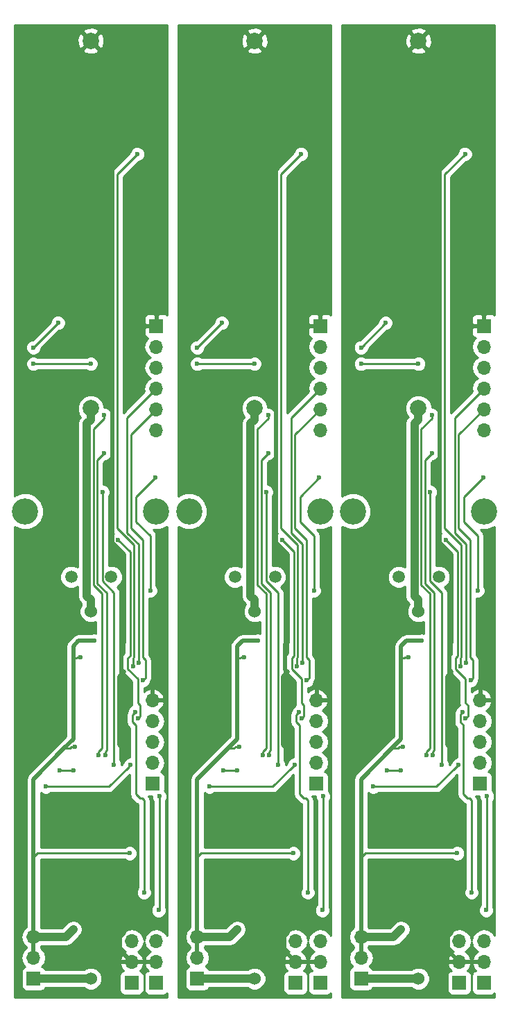
<source format=gbr>
G04 #@! TF.FileFunction,Copper,L2,Bot,Signal*
%FSLAX46Y46*%
G04 Gerber Fmt 4.6, Leading zero omitted, Abs format (unit mm)*
G04 Created by KiCad (PCBNEW 4.0.2-stable) date 2017/04/01 13:54:50*
%MOMM*%
G01*
G04 APERTURE LIST*
%ADD10C,0.100000*%
%ADD11C,1.524000*%
%ADD12R,1.700000X1.700000*%
%ADD13O,1.700000X1.700000*%
%ADD14C,2.000000*%
%ADD15C,1.500000*%
%ADD16C,3.200000*%
%ADD17C,0.600000*%
%ADD18C,1.000000*%
%ADD19C,0.500000*%
%ADD20C,0.250000*%
%ADD21C,0.254000*%
G04 APERTURE END LIST*
D10*
D11*
X225000000Y-132000000D03*
X225000000Y-87200000D03*
D12*
X233000000Y-132500000D03*
D13*
X233000000Y-129960000D03*
X233000000Y-127420000D03*
D14*
X225000000Y-62400000D03*
X225000000Y-17600000D03*
D15*
X227500000Y-83000000D03*
X222600000Y-83000000D03*
D12*
X230000000Y-132500000D03*
D13*
X230000000Y-129960000D03*
X230000000Y-127420000D03*
D12*
X218000000Y-132000000D03*
D13*
X218000000Y-129460000D03*
X218000000Y-126920000D03*
D12*
X232532000Y-108204000D03*
D13*
X232532000Y-105664000D03*
X232532000Y-103124000D03*
X232532000Y-100584000D03*
X232532000Y-98044000D03*
D12*
X233000000Y-52380000D03*
D13*
X233000000Y-54920000D03*
X233000000Y-57460000D03*
X233000000Y-60000000D03*
X233000000Y-62540000D03*
X233000000Y-65080000D03*
D14*
X205000000Y-62400000D03*
X205000000Y-17600000D03*
D11*
X205000000Y-132000000D03*
X205000000Y-87200000D03*
D12*
X213000000Y-132500000D03*
D13*
X213000000Y-129960000D03*
X213000000Y-127420000D03*
D12*
X213000000Y-52380000D03*
D13*
X213000000Y-54920000D03*
X213000000Y-57460000D03*
X213000000Y-60000000D03*
X213000000Y-62540000D03*
X213000000Y-65080000D03*
D15*
X207500000Y-83000000D03*
X202600000Y-83000000D03*
D12*
X198000000Y-132000000D03*
D13*
X198000000Y-129460000D03*
X198000000Y-126920000D03*
D12*
X212532000Y-108204000D03*
D13*
X212532000Y-105664000D03*
X212532000Y-103124000D03*
X212532000Y-100584000D03*
X212532000Y-98044000D03*
D12*
X210000000Y-132500000D03*
D13*
X210000000Y-129960000D03*
X210000000Y-127420000D03*
D12*
X192532000Y-108204000D03*
D13*
X192532000Y-105664000D03*
X192532000Y-103124000D03*
X192532000Y-100584000D03*
X192532000Y-98044000D03*
D12*
X193000000Y-132500000D03*
D13*
X193000000Y-129960000D03*
X193000000Y-127420000D03*
D14*
X185000000Y-62400000D03*
X185000000Y-17600000D03*
D12*
X190000000Y-132500000D03*
D13*
X190000000Y-129960000D03*
X190000000Y-127420000D03*
D12*
X178000000Y-132000000D03*
D13*
X178000000Y-129460000D03*
X178000000Y-126920000D03*
D15*
X187500000Y-83000000D03*
X182600000Y-83000000D03*
D12*
X193000000Y-52380000D03*
D13*
X193000000Y-54920000D03*
X193000000Y-57460000D03*
X193000000Y-60000000D03*
X193000000Y-62540000D03*
X193000000Y-65080000D03*
D11*
X185000000Y-132000000D03*
X185000000Y-87200000D03*
D16*
X217000000Y-75000000D03*
X233000000Y-75000000D03*
X213000000Y-75000000D03*
X197000000Y-75000000D03*
X193000000Y-75000000D03*
X177000000Y-75000000D03*
D17*
X234000000Y-81000000D03*
X229050000Y-104000000D03*
X230090000Y-114590000D03*
X229050000Y-123550000D03*
X221000000Y-93000000D03*
X229050000Y-90900000D03*
X209050000Y-104000000D03*
X209050000Y-123550000D03*
X210090000Y-114590000D03*
X214000000Y-81000000D03*
X201000000Y-93000000D03*
X209050000Y-90900000D03*
X190090000Y-114590000D03*
X181000000Y-93000000D03*
X194000000Y-81000000D03*
X189050000Y-104000000D03*
X189050000Y-123550000D03*
X189050000Y-90900000D03*
X225420000Y-90805000D03*
X229738000Y-116713000D03*
X223104726Y-103720828D03*
X223750067Y-92807139D03*
X203104726Y-103720828D03*
X209738000Y-116713000D03*
X205420000Y-90805000D03*
X203750067Y-92807139D03*
X189738000Y-116713000D03*
X183104726Y-103720828D03*
X183750067Y-92807139D03*
X185420000Y-90805000D03*
X221000000Y-52000000D03*
X218000000Y-55000000D03*
X201000000Y-52000000D03*
X198000000Y-55000000D03*
X181000000Y-52000000D03*
X178000000Y-55000000D03*
X218000000Y-57000000D03*
X225000000Y-57000000D03*
X205000000Y-57000000D03*
X198000000Y-57000000D03*
X185000000Y-57000000D03*
X178000000Y-57000000D03*
X229874980Y-105918000D03*
X219494613Y-108585000D03*
X199494613Y-108585000D03*
X209874980Y-105918000D03*
X189874980Y-105918000D03*
X179494613Y-108585000D03*
X221170202Y-106621202D03*
X222880000Y-106621202D03*
X202880000Y-106621202D03*
X201170202Y-106621202D03*
X181170202Y-106621202D03*
X182880000Y-106621202D03*
X226650000Y-63250000D03*
X225974980Y-104699756D03*
X205974980Y-104699756D03*
X206650000Y-63250000D03*
X185974980Y-104699756D03*
X186650000Y-63250000D03*
X226650000Y-67900000D03*
X226774990Y-104701318D03*
X206774990Y-104701318D03*
X206650000Y-67900000D03*
X186774990Y-104701318D03*
X186650000Y-67900000D03*
X226424999Y-72624999D03*
X227843158Y-105888989D03*
X207843158Y-105888989D03*
X206424999Y-72624999D03*
X187843158Y-105888989D03*
X186424999Y-72624999D03*
X228350000Y-78450000D03*
X230731979Y-100250000D03*
X210731979Y-100250000D03*
X208350000Y-78450000D03*
X190731979Y-100250000D03*
X188350000Y-78450000D03*
X233270577Y-123654488D03*
X233374990Y-109760001D03*
X213374990Y-109760001D03*
X213270577Y-123654488D03*
X193270577Y-123654488D03*
X193374990Y-109760001D03*
X230826319Y-93482611D03*
X210826319Y-93482611D03*
X190826319Y-93482611D03*
X231373170Y-95602065D03*
X211373170Y-95602065D03*
X191373170Y-95602065D03*
X230700000Y-31400000D03*
X230158842Y-93923623D03*
X210700000Y-31400000D03*
X210158842Y-93923623D03*
X190158842Y-93923623D03*
X190700000Y-31400000D03*
X232900000Y-70900000D03*
X232250000Y-84650000D03*
X212900000Y-70900000D03*
X212250000Y-84650000D03*
X192900000Y-70900000D03*
X192250000Y-84650000D03*
X230406958Y-99481002D03*
X231500000Y-121500000D03*
X210406958Y-99481002D03*
X211500000Y-121500000D03*
X190406958Y-99481002D03*
X191500000Y-121500000D03*
D18*
X220400000Y-132000000D02*
X225000000Y-132000000D01*
X218000000Y-132000000D02*
X220400000Y-132000000D01*
X198000000Y-132000000D02*
X200400000Y-132000000D01*
X200400000Y-132000000D02*
X205000000Y-132000000D01*
X180400000Y-132000000D02*
X185000000Y-132000000D01*
X178000000Y-132000000D02*
X180400000Y-132000000D01*
X224524969Y-64289244D02*
X225000000Y-63814213D01*
X224524969Y-85310756D02*
X224524969Y-64289244D01*
X225000000Y-63814213D02*
X225000000Y-62400000D01*
X225000000Y-87200000D02*
X225000000Y-85785787D01*
X225000000Y-85785787D02*
X224524969Y-85310756D01*
X204524969Y-64289244D02*
X205000000Y-63814213D01*
X205000000Y-63814213D02*
X205000000Y-62400000D01*
X204524969Y-85310756D02*
X204524969Y-64289244D01*
X205000000Y-85785787D02*
X204524969Y-85310756D01*
X205000000Y-87200000D02*
X205000000Y-85785787D01*
X185000000Y-63814213D02*
X185000000Y-62400000D01*
X185000000Y-85785787D02*
X184524969Y-85310756D01*
X184524969Y-85310756D02*
X184524969Y-64289244D01*
X185000000Y-87200000D02*
X185000000Y-85785787D01*
X184524969Y-64289244D02*
X185000000Y-63814213D01*
D19*
X227599998Y-78810002D02*
X229050000Y-80260004D01*
D20*
X233000000Y-50350002D02*
X233000000Y-52380000D01*
X234000000Y-81000000D02*
X234000000Y-85824999D01*
X229050000Y-94600000D02*
X228750000Y-94600000D01*
D19*
X228750001Y-94300001D02*
X229050000Y-94600000D01*
X228750001Y-91199999D02*
X228750001Y-94300001D01*
D20*
X234175001Y-94824999D02*
X234175001Y-86000000D01*
X234000000Y-85824999D02*
X234175001Y-86000000D01*
D19*
X229050000Y-90900000D02*
X228750001Y-91199999D01*
X229050000Y-90475736D02*
X229050000Y-90900000D01*
X229050000Y-80260004D02*
X229050000Y-90475736D01*
D20*
X232532000Y-98044000D02*
X232532000Y-94468000D01*
X232532000Y-94468000D02*
X234000000Y-93000000D01*
X232532000Y-96468000D02*
X234175001Y-94824999D01*
X232532000Y-98044000D02*
X232532000Y-96468000D01*
X220000000Y-94000000D02*
X221000000Y-94000000D01*
X221000000Y-93000000D02*
X220000000Y-94000000D01*
D19*
X228499998Y-103449998D02*
X228750001Y-103700001D01*
X228750001Y-103700001D02*
X229050000Y-104000000D01*
X229050000Y-94600000D02*
X228499998Y-95150002D01*
X228499998Y-95150002D02*
X228499998Y-103449998D01*
X228595000Y-128555000D02*
X230000000Y-129960000D01*
X228595000Y-126900998D02*
X228595000Y-128555000D01*
X229050000Y-123550000D02*
X229050000Y-126445998D01*
X229050000Y-126445998D02*
X228595000Y-126900998D01*
X227599998Y-20199998D02*
X227599998Y-78810002D01*
X225000000Y-17600000D02*
X227599998Y-20199998D01*
D20*
X234175001Y-49175001D02*
X233000000Y-50350002D01*
X213000000Y-50350002D02*
X213000000Y-52380000D01*
X212532000Y-96468000D02*
X214175001Y-94824999D01*
X214175001Y-49175001D02*
X213000000Y-50350002D01*
D19*
X207599998Y-20199998D02*
X207599998Y-78810002D01*
X205000000Y-17600000D02*
X207599998Y-20199998D01*
D20*
X212532000Y-94468000D02*
X214000000Y-93000000D01*
X214000000Y-81000000D02*
X214000000Y-85824999D01*
D19*
X207599998Y-78810002D02*
X209050000Y-80260004D01*
D20*
X214000000Y-85824999D02*
X214175001Y-86000000D01*
X214175001Y-94824999D02*
X214175001Y-86000000D01*
D19*
X209050000Y-94600000D02*
X208499998Y-95150002D01*
D20*
X209050000Y-94600000D02*
X208750000Y-94600000D01*
D19*
X208750001Y-94300001D02*
X209050000Y-94600000D01*
X208750001Y-91199999D02*
X208750001Y-94300001D01*
X209050000Y-90475736D02*
X209050000Y-90900000D01*
X209050000Y-80260004D02*
X209050000Y-90475736D01*
X209050000Y-90900000D02*
X208750001Y-91199999D01*
X208750001Y-103700001D02*
X209050000Y-104000000D01*
D20*
X201000000Y-93000000D02*
X200000000Y-94000000D01*
X200000000Y-94000000D02*
X201000000Y-94000000D01*
D19*
X209050000Y-126445998D02*
X208595000Y-126900998D01*
X209050000Y-123550000D02*
X209050000Y-126445998D01*
X208499998Y-103449998D02*
X208750001Y-103700001D01*
X208499998Y-95150002D02*
X208499998Y-103449998D01*
D20*
X212532000Y-98044000D02*
X212532000Y-94468000D01*
X212532000Y-98044000D02*
X212532000Y-96468000D01*
D19*
X208595000Y-126900998D02*
X208595000Y-128555000D01*
X208595000Y-128555000D02*
X210000000Y-129960000D01*
X189050000Y-94600000D02*
X188499998Y-95150002D01*
X188499998Y-95150002D02*
X188499998Y-103449998D01*
X188499998Y-103449998D02*
X188750001Y-103700001D01*
X188750001Y-103700001D02*
X189050000Y-104000000D01*
D20*
X192532000Y-94468000D02*
X194000000Y-93000000D01*
X192532000Y-98044000D02*
X192532000Y-94468000D01*
X180000000Y-94000000D02*
X181000000Y-94000000D01*
X181000000Y-93000000D02*
X180000000Y-94000000D01*
X194175001Y-94824999D02*
X194175001Y-86000000D01*
X194000000Y-81000000D02*
X194000000Y-85824999D01*
X194000000Y-85824999D02*
X194175001Y-86000000D01*
X192532000Y-98044000D02*
X192532000Y-96468000D01*
X192532000Y-96468000D02*
X194175001Y-94824999D01*
X194175001Y-49175001D02*
X193000000Y-50350002D01*
X193000000Y-50350002D02*
X193000000Y-52380000D01*
D19*
X188750001Y-94300001D02*
X189050000Y-94600000D01*
X189050000Y-90900000D02*
X188750001Y-91199999D01*
X188750001Y-91199999D02*
X188750001Y-94300001D01*
X189050000Y-90475736D02*
X189050000Y-90900000D01*
X189050000Y-80260004D02*
X189050000Y-90475736D01*
X187599998Y-78810002D02*
X189050000Y-80260004D01*
X187599998Y-20199998D02*
X187599998Y-78810002D01*
X185000000Y-17600000D02*
X187599998Y-20199998D01*
X189050000Y-123550000D02*
X189050000Y-126445998D01*
D20*
X189050000Y-94600000D02*
X188750000Y-94600000D01*
D19*
X188595000Y-126900998D02*
X188595000Y-128555000D01*
X188595000Y-128555000D02*
X190000000Y-129960000D01*
X189050000Y-126445998D02*
X188595000Y-126900998D01*
X225420000Y-90805000D02*
X223515000Y-90805000D01*
X223515000Y-90805000D02*
X222880000Y-91440000D01*
D20*
X223282942Y-92850000D02*
X222880000Y-92850000D01*
D19*
X222880000Y-91440000D02*
X222880000Y-92850000D01*
D20*
X223325803Y-92807139D02*
X223282942Y-92850000D01*
X223750067Y-92807139D02*
X223325803Y-92807139D01*
D19*
X222880000Y-92850000D02*
X222880000Y-102775996D01*
D20*
X223104726Y-103720828D02*
X222680462Y-103720828D01*
D19*
X222880000Y-102775996D02*
X221737000Y-103918996D01*
D20*
X222680462Y-103720828D02*
X222482294Y-103918996D01*
X222482294Y-103918996D02*
X221737000Y-103918996D01*
D19*
X221737000Y-103918996D02*
X218000000Y-107655996D01*
D20*
X218508000Y-116713000D02*
X218000000Y-117221000D01*
D19*
X218000000Y-107655996D02*
X218000000Y-117221000D01*
X218000000Y-125717919D02*
X218000000Y-126920000D01*
X218000000Y-117221000D02*
X218000000Y-125717919D01*
D18*
X218000000Y-126920000D02*
X221944000Y-126920000D01*
D19*
X218000000Y-126920000D02*
X218000000Y-129460000D01*
D18*
X221944000Y-126920000D02*
X222880000Y-125984000D01*
D20*
X229738000Y-116713000D02*
X218508000Y-116713000D01*
D19*
X205420000Y-90805000D02*
X203515000Y-90805000D01*
X203515000Y-90805000D02*
X202880000Y-91440000D01*
D20*
X203325803Y-92807139D02*
X203282942Y-92850000D01*
X203750067Y-92807139D02*
X203325803Y-92807139D01*
D19*
X202880000Y-91440000D02*
X202880000Y-92850000D01*
D20*
X203282942Y-92850000D02*
X202880000Y-92850000D01*
D19*
X198000000Y-107655996D02*
X198000000Y-117221000D01*
X201737000Y-103918996D02*
X198000000Y-107655996D01*
D20*
X202482294Y-103918996D02*
X201737000Y-103918996D01*
X202680462Y-103720828D02*
X202482294Y-103918996D01*
D19*
X202880000Y-102775996D02*
X201737000Y-103918996D01*
X202880000Y-92850000D02*
X202880000Y-102775996D01*
D20*
X203104726Y-103720828D02*
X202680462Y-103720828D01*
D19*
X198000000Y-117221000D02*
X198000000Y-125717919D01*
D20*
X198508000Y-116713000D02*
X198000000Y-117221000D01*
D18*
X201944000Y-126920000D02*
X202880000Y-125984000D01*
D20*
X209738000Y-116713000D02*
X198508000Y-116713000D01*
D19*
X198000000Y-125717919D02*
X198000000Y-126920000D01*
D18*
X198000000Y-126920000D02*
X201944000Y-126920000D01*
D19*
X198000000Y-126920000D02*
X198000000Y-129460000D01*
X178000000Y-107655996D02*
X178000000Y-117221000D01*
X178000000Y-117221000D02*
X178000000Y-125717919D01*
D20*
X189738000Y-116713000D02*
X178508000Y-116713000D01*
X178508000Y-116713000D02*
X178000000Y-117221000D01*
D19*
X182880000Y-102775996D02*
X181737000Y-103918996D01*
X181737000Y-103918996D02*
X178000000Y-107655996D01*
D20*
X183104726Y-103720828D02*
X182680462Y-103720828D01*
X182680462Y-103720828D02*
X182482294Y-103918996D01*
X182482294Y-103918996D02*
X181737000Y-103918996D01*
D18*
X181944000Y-126920000D02*
X182880000Y-125984000D01*
X178000000Y-126920000D02*
X181944000Y-126920000D01*
D19*
X178000000Y-125717919D02*
X178000000Y-126920000D01*
X182880000Y-92850000D02*
X182880000Y-102775996D01*
X178000000Y-126920000D02*
X178000000Y-129460000D01*
X182880000Y-91440000D02*
X182880000Y-92850000D01*
D20*
X183750067Y-92807139D02*
X183325803Y-92807139D01*
X183325803Y-92807139D02*
X183282942Y-92850000D01*
X183282942Y-92850000D02*
X182880000Y-92850000D01*
D19*
X183515000Y-90805000D02*
X182880000Y-91440000D01*
X185420000Y-90805000D02*
X183515000Y-90805000D01*
D20*
X218000000Y-55000000D02*
X221000000Y-52000000D01*
X198000000Y-55000000D02*
X201000000Y-52000000D01*
X178000000Y-55000000D02*
X181000000Y-52000000D01*
X218000000Y-57000000D02*
X225000000Y-57000000D01*
X198000000Y-57000000D02*
X205000000Y-57000000D01*
X178000000Y-57000000D02*
X185000000Y-57000000D01*
X229574981Y-106217999D02*
X229874980Y-105918000D01*
X227207980Y-108585000D02*
X229574981Y-106217999D01*
X219494613Y-108585000D02*
X227207980Y-108585000D01*
X209574981Y-106217999D02*
X209874980Y-105918000D01*
X207207980Y-108585000D02*
X209574981Y-106217999D01*
X199494613Y-108585000D02*
X207207980Y-108585000D01*
X187207980Y-108585000D02*
X189574981Y-106217999D01*
X189574981Y-106217999D02*
X189874980Y-105918000D01*
X179494613Y-108585000D02*
X187207980Y-108585000D01*
X222880000Y-106621202D02*
X221170202Y-106621202D01*
X202880000Y-106621202D02*
X201170202Y-106621202D01*
X182880000Y-106621202D02*
X181170202Y-106621202D01*
X226650000Y-63250000D02*
X226650000Y-63674264D01*
X226650000Y-63674264D02*
X225349980Y-64974284D01*
X225349980Y-64974284D02*
X225349980Y-83972801D01*
X226399999Y-85022819D02*
X226399999Y-103850473D01*
X225349980Y-83972801D02*
X226399999Y-85022819D01*
X226399999Y-103850473D02*
X225974980Y-104275492D01*
X225974980Y-104275492D02*
X225974980Y-104699756D01*
X206399999Y-85022819D02*
X206399999Y-103850473D01*
X206650000Y-63250000D02*
X206650000Y-63674264D01*
X205349980Y-64974284D02*
X205349980Y-83972801D01*
X206650000Y-63674264D02*
X205349980Y-64974284D01*
X205349980Y-83972801D02*
X206399999Y-85022819D01*
X205974980Y-104275492D02*
X205974980Y-104699756D01*
X206399999Y-103850473D02*
X205974980Y-104275492D01*
X185974980Y-104275492D02*
X185974980Y-104699756D01*
X186399999Y-103850473D02*
X185974980Y-104275492D01*
X185349980Y-83972801D02*
X186399999Y-85022819D01*
X186399999Y-85022819D02*
X186399999Y-103850473D01*
X186650000Y-63674264D02*
X185349980Y-64974284D01*
X185349980Y-64974284D02*
X185349980Y-83972801D01*
X186650000Y-63250000D02*
X186650000Y-63674264D01*
X225799991Y-68750009D02*
X225799991Y-83786401D01*
X226650000Y-67900000D02*
X225799991Y-68750009D01*
X225799991Y-83786401D02*
X226949989Y-84936399D01*
X226949989Y-84936399D02*
X226949989Y-104102055D01*
X226949989Y-104102055D02*
X226774990Y-104277054D01*
X226774990Y-104277054D02*
X226774990Y-104701318D01*
X206949989Y-84936399D02*
X206949989Y-104102055D01*
X206650000Y-67900000D02*
X205799991Y-68750009D01*
X205799991Y-68750009D02*
X205799991Y-83786401D01*
X205799991Y-83786401D02*
X206949989Y-84936399D01*
X206774990Y-104277054D02*
X206774990Y-104701318D01*
X206949989Y-104102055D02*
X206774990Y-104277054D01*
X186650000Y-67900000D02*
X185799991Y-68750009D01*
X185799991Y-83786401D02*
X186949989Y-84936399D01*
X186949989Y-104102055D02*
X186774990Y-104277054D01*
X186774990Y-104277054D02*
X186774990Y-104701318D01*
X186949989Y-84936399D02*
X186949989Y-104102055D01*
X185799991Y-68750009D02*
X185799991Y-83786401D01*
X226424999Y-72624999D02*
X226424999Y-83516001D01*
X226424999Y-83516001D02*
X227843158Y-84934160D01*
X227843158Y-84934160D02*
X227843158Y-105464725D01*
X227843158Y-105464725D02*
X227843158Y-105888989D01*
X207843158Y-84934160D02*
X207843158Y-105464725D01*
X206424999Y-72624999D02*
X206424999Y-83516001D01*
X206424999Y-83516001D02*
X207843158Y-84934160D01*
X207843158Y-105464725D02*
X207843158Y-105888989D01*
X186424999Y-83516001D02*
X187843158Y-84934160D01*
X186424999Y-72624999D02*
X186424999Y-83516001D01*
X187843158Y-105464725D02*
X187843158Y-105888989D01*
X187843158Y-84934160D02*
X187843158Y-105464725D01*
X228350000Y-78450000D02*
X229799991Y-79899991D01*
X230731979Y-100250000D02*
X231031978Y-99950001D01*
X229799991Y-92638595D02*
X229533841Y-92904745D01*
X229533841Y-92904745D02*
X229533841Y-94223624D01*
X231031978Y-98645567D02*
X230731979Y-98345568D01*
X230731979Y-95421762D02*
X230731979Y-98345568D01*
X231031978Y-99950001D02*
X231031978Y-98645567D01*
X229799991Y-79899991D02*
X229799991Y-92638595D01*
X229533841Y-94223624D02*
X230731979Y-95421762D01*
X208350000Y-78450000D02*
X209799991Y-79899991D01*
X209533841Y-94223624D02*
X210731979Y-95421762D01*
X210731979Y-95421762D02*
X210731979Y-98345568D01*
X209533841Y-92904745D02*
X209533841Y-94223624D01*
X209799991Y-92638595D02*
X209533841Y-92904745D01*
X209799991Y-79899991D02*
X209799991Y-92638595D01*
X211031978Y-99950001D02*
X211031978Y-98645567D01*
X210731979Y-100250000D02*
X211031978Y-99950001D01*
X211031978Y-98645567D02*
X210731979Y-98345568D01*
X191031978Y-98645567D02*
X190731979Y-98345568D01*
X190731979Y-100250000D02*
X191031978Y-99950001D01*
X191031978Y-99950001D02*
X191031978Y-98645567D01*
X189533841Y-94223624D02*
X190731979Y-95421762D01*
X188350000Y-78450000D02*
X189799991Y-79899991D01*
X189799991Y-79899991D02*
X189799991Y-92638595D01*
X190731979Y-95421762D02*
X190731979Y-98345568D01*
X189799991Y-92638595D02*
X189533841Y-92904745D01*
X189533841Y-92904745D02*
X189533841Y-94223624D01*
X233374990Y-123550075D02*
X233270577Y-123654488D01*
X233374990Y-109760001D02*
X233374990Y-123550075D01*
X213374990Y-123550075D02*
X213270577Y-123654488D01*
X213374990Y-109760001D02*
X213374990Y-123550075D01*
X193374990Y-109760001D02*
X193374990Y-123550075D01*
X193374990Y-123550075D02*
X193270577Y-123654488D01*
X229450000Y-77650000D02*
X230826319Y-79026319D01*
X229450000Y-63550000D02*
X229450000Y-77650000D01*
X233000000Y-60000000D02*
X229450000Y-63550000D01*
X230826319Y-79026319D02*
X230826319Y-93058347D01*
X230826319Y-93058347D02*
X230826319Y-93482611D01*
X213000000Y-60000000D02*
X209450000Y-63550000D01*
X209450000Y-63550000D02*
X209450000Y-77650000D01*
X210826319Y-79026319D02*
X210826319Y-93058347D01*
X209450000Y-77650000D02*
X210826319Y-79026319D01*
X210826319Y-93058347D02*
X210826319Y-93482611D01*
X190826319Y-79026319D02*
X190826319Y-93058347D01*
X190826319Y-93058347D02*
X190826319Y-93482611D01*
X189450000Y-77650000D02*
X190826319Y-79026319D01*
X189450000Y-63550000D02*
X189450000Y-77650000D01*
X193000000Y-60000000D02*
X189450000Y-63550000D01*
X229922989Y-77022989D02*
X231349999Y-78449999D01*
X233000000Y-62540000D02*
X229922989Y-65617011D01*
X229922989Y-65617011D02*
X229922989Y-77022989D01*
X231349999Y-78449999D02*
X231349999Y-92824995D01*
X231673169Y-95302066D02*
X231373170Y-95602065D01*
X231673169Y-93148165D02*
X231673169Y-95302066D01*
X231349999Y-92824995D02*
X231673169Y-93148165D01*
X213000000Y-62540000D02*
X209922989Y-65617011D01*
X209922989Y-65617011D02*
X209922989Y-77022989D01*
X211349999Y-78449999D02*
X211349999Y-92824995D01*
X209922989Y-77022989D02*
X211349999Y-78449999D01*
X211349999Y-92824995D02*
X211673169Y-93148165D01*
X211673169Y-95302066D02*
X211373170Y-95602065D01*
X211673169Y-93148165D02*
X211673169Y-95302066D01*
X191349999Y-92824995D02*
X191673169Y-93148165D01*
X191349999Y-78449999D02*
X191349999Y-92824995D01*
X189922989Y-77022989D02*
X191349999Y-78449999D01*
X189922989Y-65617011D02*
X189922989Y-77022989D01*
X193000000Y-62540000D02*
X189922989Y-65617011D01*
X191673169Y-95302066D02*
X191373170Y-95602065D01*
X191673169Y-93148165D02*
X191673169Y-95302066D01*
X228199989Y-77036399D02*
X230250001Y-79086411D01*
X230250001Y-79086411D02*
X230250001Y-92824995D01*
X230250001Y-92824995D02*
X230158842Y-92916154D01*
X230158842Y-92916154D02*
X230158842Y-93923623D01*
X228199989Y-33900011D02*
X228199989Y-77036399D01*
X230700000Y-31400000D02*
X228199989Y-33900011D01*
X208199989Y-33900011D02*
X208199989Y-77036399D01*
X210700000Y-31400000D02*
X208199989Y-33900011D01*
X208199989Y-77036399D02*
X210250001Y-79086411D01*
X210158842Y-92916154D02*
X210158842Y-93923623D01*
X210250001Y-92824995D02*
X210158842Y-92916154D01*
X210250001Y-79086411D02*
X210250001Y-92824995D01*
X190158842Y-92916154D02*
X190158842Y-93923623D01*
X190250001Y-79086411D02*
X190250001Y-92824995D01*
X190700000Y-31400000D02*
X188199989Y-33900011D01*
X188199989Y-77036399D02*
X190250001Y-79086411D01*
X188199989Y-33900011D02*
X188199989Y-77036399D01*
X190250001Y-92824995D02*
X190158842Y-92916154D01*
X230550000Y-76250000D02*
X230550000Y-74422000D01*
X232250000Y-77950000D02*
X230550000Y-76250000D01*
X232250000Y-83887988D02*
X232250000Y-77950000D01*
X230550000Y-73250000D02*
X232900000Y-70900000D01*
X230550000Y-74422000D02*
X230550000Y-73250000D01*
X232250000Y-84650000D02*
X232250000Y-83887988D01*
X210550000Y-73250000D02*
X212900000Y-70900000D01*
X210550000Y-74422000D02*
X210550000Y-73250000D01*
X212250000Y-84650000D02*
X212250000Y-83887988D01*
X212250000Y-83887988D02*
X212250000Y-77950000D01*
X212250000Y-77950000D02*
X210550000Y-76250000D01*
X210550000Y-76250000D02*
X210550000Y-74422000D01*
X190550000Y-74422000D02*
X190550000Y-73250000D01*
X190550000Y-76250000D02*
X190550000Y-74422000D01*
X190550000Y-73250000D02*
X192900000Y-70900000D01*
X192250000Y-77950000D02*
X190550000Y-76250000D01*
X192250000Y-83887988D02*
X192250000Y-77950000D01*
X192250000Y-84650000D02*
X192250000Y-83887988D01*
X230106959Y-99781001D02*
X230406958Y-99481002D01*
X230106959Y-100694777D02*
X230106959Y-99781001D01*
X230500000Y-101087818D02*
X230106959Y-100694777D01*
X230500000Y-109500000D02*
X230500000Y-101087818D01*
X231000000Y-110000000D02*
X231250000Y-110000000D01*
X231000000Y-110000000D02*
X230500000Y-109500000D01*
X231250000Y-110000000D02*
X231500000Y-110250000D01*
X231500000Y-110250000D02*
X231500000Y-121500000D01*
X210106959Y-100694777D02*
X210106959Y-99781001D01*
X210106959Y-99781001D02*
X210406958Y-99481002D01*
X210500000Y-109500000D02*
X210500000Y-101087818D01*
X210500000Y-101087818D02*
X210106959Y-100694777D01*
X211500000Y-110250000D02*
X211500000Y-121500000D01*
X211250000Y-110000000D02*
X211500000Y-110250000D01*
X211000000Y-110000000D02*
X211250000Y-110000000D01*
X211000000Y-110000000D02*
X210500000Y-109500000D01*
X191250000Y-110000000D02*
X191500000Y-110250000D01*
X191500000Y-110250000D02*
X191500000Y-121500000D01*
X191000000Y-110000000D02*
X191250000Y-110000000D01*
X191000000Y-110000000D02*
X190500000Y-109500000D01*
X190500000Y-109500000D02*
X190500000Y-101087818D01*
X190500000Y-101087818D02*
X190106959Y-100694777D01*
X190106959Y-100694777D02*
X190106959Y-99781001D01*
X190106959Y-99781001D02*
X190406958Y-99481002D01*
D21*
G36*
X194315000Y-51096974D02*
X194209698Y-50991673D01*
X193976309Y-50895000D01*
X193285750Y-50895000D01*
X193127000Y-51053750D01*
X193127000Y-52253000D01*
X193147000Y-52253000D01*
X193147000Y-52507000D01*
X193127000Y-52507000D01*
X193127000Y-52527000D01*
X192873000Y-52527000D01*
X192873000Y-52507000D01*
X191673750Y-52507000D01*
X191515000Y-52665750D01*
X191515000Y-53356310D01*
X191611673Y-53589699D01*
X191790302Y-53768327D01*
X191964777Y-53840597D01*
X191920853Y-53869946D01*
X191598946Y-54351715D01*
X191485907Y-54920000D01*
X191598946Y-55488285D01*
X191920853Y-55970054D01*
X192250026Y-56190000D01*
X191920853Y-56409946D01*
X191598946Y-56891715D01*
X191485907Y-57460000D01*
X191598946Y-58028285D01*
X191920853Y-58510054D01*
X192250026Y-58730000D01*
X191920853Y-58949946D01*
X191598946Y-59431715D01*
X191485907Y-60000000D01*
X191558790Y-60366408D01*
X188959989Y-62965209D01*
X188959989Y-51403690D01*
X191515000Y-51403690D01*
X191515000Y-52094250D01*
X191673750Y-52253000D01*
X192873000Y-52253000D01*
X192873000Y-51053750D01*
X192714250Y-50895000D01*
X192023691Y-50895000D01*
X191790302Y-50991673D01*
X191611673Y-51170301D01*
X191515000Y-51403690D01*
X188959989Y-51403690D01*
X188959989Y-34214813D01*
X190839680Y-32335122D01*
X190885167Y-32335162D01*
X191228943Y-32193117D01*
X191492192Y-31930327D01*
X191634838Y-31586799D01*
X191635162Y-31214833D01*
X191493117Y-30871057D01*
X191230327Y-30607808D01*
X190886799Y-30465162D01*
X190514833Y-30464838D01*
X190171057Y-30606883D01*
X189907808Y-30869673D01*
X189765162Y-31213201D01*
X189765121Y-31260077D01*
X187662588Y-33362610D01*
X187497841Y-33609172D01*
X187439989Y-33900011D01*
X187439989Y-62717924D01*
X187180327Y-62457808D01*
X186836799Y-62315162D01*
X186635075Y-62314986D01*
X186635284Y-62076205D01*
X186386894Y-61475057D01*
X185927363Y-61014722D01*
X185326648Y-60765284D01*
X184676205Y-60764716D01*
X184075057Y-61013106D01*
X183614722Y-61472637D01*
X183365284Y-62073352D01*
X183364716Y-62723795D01*
X183613106Y-63324943D01*
X183748504Y-63460577D01*
X183722403Y-63486678D01*
X183476366Y-63854898D01*
X183389969Y-64289244D01*
X183389969Y-81830952D01*
X183385564Y-81826539D01*
X182876702Y-81615241D01*
X182325715Y-81614760D01*
X181816485Y-81825169D01*
X181426539Y-82214436D01*
X181215241Y-82723298D01*
X181214760Y-83274285D01*
X181425169Y-83783515D01*
X181814436Y-84173461D01*
X182323298Y-84384759D01*
X182874285Y-84385240D01*
X183383515Y-84174831D01*
X183389969Y-84168388D01*
X183389969Y-85310756D01*
X183476366Y-85745102D01*
X183722403Y-86113322D01*
X183865000Y-86255919D01*
X183865000Y-86359086D01*
X183816371Y-86407630D01*
X183603243Y-86920900D01*
X183602758Y-87476661D01*
X183814990Y-87990303D01*
X184207630Y-88383629D01*
X184720900Y-88596757D01*
X185276661Y-88597242D01*
X185639999Y-88447114D01*
X185639999Y-89883948D01*
X185606799Y-89870162D01*
X185234833Y-89869838D01*
X185113431Y-89920000D01*
X183515005Y-89920000D01*
X183515000Y-89919999D01*
X183176326Y-89987366D01*
X183081054Y-90051025D01*
X182889210Y-90179210D01*
X182889208Y-90179213D01*
X182254210Y-90814210D01*
X182062367Y-91101325D01*
X182062367Y-91101326D01*
X181994999Y-91440000D01*
X181995000Y-91440005D01*
X181995000Y-102409417D01*
X181111210Y-103293206D01*
X181111208Y-103293209D01*
X177374210Y-107030206D01*
X177182367Y-107317321D01*
X177182367Y-107317322D01*
X177114999Y-107655996D01*
X177115000Y-107656001D01*
X177115000Y-125740221D01*
X176920853Y-125869946D01*
X176598946Y-126351715D01*
X176485907Y-126920000D01*
X176598946Y-127488285D01*
X176920853Y-127970054D01*
X177115000Y-128099779D01*
X177115000Y-128280221D01*
X176920853Y-128409946D01*
X176598946Y-128891715D01*
X176485907Y-129460000D01*
X176598946Y-130028285D01*
X176920853Y-130510054D01*
X176962452Y-130537850D01*
X176914683Y-130546838D01*
X176698559Y-130685910D01*
X176553569Y-130898110D01*
X176502560Y-131150000D01*
X176502560Y-132850000D01*
X176546838Y-133085317D01*
X176685910Y-133301441D01*
X176898110Y-133446431D01*
X177150000Y-133497440D01*
X178850000Y-133497440D01*
X179085317Y-133453162D01*
X179301441Y-133314090D01*
X179423808Y-133135000D01*
X184159086Y-133135000D01*
X184207630Y-133183629D01*
X184720900Y-133396757D01*
X185276661Y-133397242D01*
X185790303Y-133185010D01*
X186183629Y-132792370D01*
X186396757Y-132279100D01*
X186397242Y-131723339D01*
X186366940Y-131650000D01*
X188502560Y-131650000D01*
X188502560Y-133350000D01*
X188546838Y-133585317D01*
X188685910Y-133801441D01*
X188898110Y-133946431D01*
X189150000Y-133997440D01*
X190850000Y-133997440D01*
X191085317Y-133953162D01*
X191301441Y-133814090D01*
X191446431Y-133601890D01*
X191497440Y-133350000D01*
X191497440Y-131650000D01*
X191453162Y-131414683D01*
X191314090Y-131198559D01*
X191101890Y-131053569D01*
X190993893Y-131031699D01*
X191271645Y-130726924D01*
X191441476Y-130316890D01*
X191320155Y-130087000D01*
X190127000Y-130087000D01*
X190127000Y-130107000D01*
X189873000Y-130107000D01*
X189873000Y-130087000D01*
X188679845Y-130087000D01*
X188558524Y-130316890D01*
X188728355Y-130726924D01*
X189004501Y-131029937D01*
X188914683Y-131046838D01*
X188698559Y-131185910D01*
X188553569Y-131398110D01*
X188502560Y-131650000D01*
X186366940Y-131650000D01*
X186185010Y-131209697D01*
X185792370Y-130816371D01*
X185279100Y-130603243D01*
X184723339Y-130602758D01*
X184209697Y-130814990D01*
X184159600Y-130865000D01*
X179421192Y-130865000D01*
X179314090Y-130698559D01*
X179101890Y-130553569D01*
X179034459Y-130539914D01*
X179079147Y-130510054D01*
X179401054Y-130028285D01*
X179514093Y-129460000D01*
X179401054Y-128891715D01*
X179079147Y-128409946D01*
X178885000Y-128280221D01*
X178885000Y-128099779D01*
X178952016Y-128055000D01*
X181944000Y-128055000D01*
X182378346Y-127968603D01*
X182746566Y-127722566D01*
X183682566Y-126786566D01*
X183928603Y-126418345D01*
X184015000Y-125984000D01*
X183928603Y-125549655D01*
X183682566Y-125181434D01*
X183314345Y-124935397D01*
X182880000Y-124849000D01*
X182445655Y-124935397D01*
X182077434Y-125181434D01*
X181473868Y-125785000D01*
X178952016Y-125785000D01*
X178885000Y-125740221D01*
X178885000Y-117473000D01*
X189175537Y-117473000D01*
X189207673Y-117505192D01*
X189551201Y-117647838D01*
X189923167Y-117648162D01*
X190266943Y-117506117D01*
X190530192Y-117243327D01*
X190672838Y-116899799D01*
X190673162Y-116527833D01*
X190531117Y-116184057D01*
X190268327Y-115920808D01*
X189924799Y-115778162D01*
X189552833Y-115777838D01*
X189209057Y-115919883D01*
X189175882Y-115953000D01*
X178885000Y-115953000D01*
X178885000Y-109297768D01*
X178964286Y-109377192D01*
X179307814Y-109519838D01*
X179679780Y-109520162D01*
X180023556Y-109378117D01*
X180056731Y-109345000D01*
X187207980Y-109345000D01*
X187498819Y-109287148D01*
X187745381Y-109122401D01*
X189740000Y-107127782D01*
X189740000Y-109500000D01*
X189797852Y-109790839D01*
X189962599Y-110037401D01*
X190462599Y-110537401D01*
X190709161Y-110702148D01*
X190740000Y-110708282D01*
X190740000Y-120937537D01*
X190707808Y-120969673D01*
X190565162Y-121313201D01*
X190564838Y-121685167D01*
X190706883Y-122028943D01*
X190969673Y-122292192D01*
X191313201Y-122434838D01*
X191685167Y-122435162D01*
X192028943Y-122293117D01*
X192292192Y-122030327D01*
X192434838Y-121686799D01*
X192435162Y-121314833D01*
X192293117Y-120971057D01*
X192260000Y-120937882D01*
X192260000Y-110250000D01*
X192217711Y-110037401D01*
X192202148Y-109959160D01*
X192037401Y-109712599D01*
X192026242Y-109701440D01*
X192440040Y-109701440D01*
X192439828Y-109945168D01*
X192581873Y-110288944D01*
X192614990Y-110322119D01*
X192614990Y-122987794D01*
X192478385Y-123124161D01*
X192335739Y-123467689D01*
X192335415Y-123839655D01*
X192477460Y-124183431D01*
X192740250Y-124446680D01*
X193083778Y-124589326D01*
X193455744Y-124589650D01*
X193799520Y-124447605D01*
X194062769Y-124184815D01*
X194205415Y-123841287D01*
X194205739Y-123469321D01*
X194134990Y-123298095D01*
X194134990Y-110322464D01*
X194167182Y-110290328D01*
X194309828Y-109946800D01*
X194310152Y-109574834D01*
X194168107Y-109231058D01*
X194023018Y-109085715D01*
X194029440Y-109054000D01*
X194029440Y-107354000D01*
X193985162Y-107118683D01*
X193846090Y-106902559D01*
X193633890Y-106757569D01*
X193566459Y-106743914D01*
X193611147Y-106714054D01*
X193933054Y-106232285D01*
X194046093Y-105664000D01*
X193933054Y-105095715D01*
X193611147Y-104613946D01*
X193281974Y-104394000D01*
X193611147Y-104174054D01*
X193933054Y-103692285D01*
X194046093Y-103124000D01*
X193933054Y-102555715D01*
X193611147Y-102073946D01*
X193281974Y-101854000D01*
X193611147Y-101634054D01*
X193933054Y-101152285D01*
X194046093Y-100584000D01*
X193933054Y-100015715D01*
X193611147Y-99533946D01*
X193270447Y-99306298D01*
X193413358Y-99239183D01*
X193803645Y-98810924D01*
X193973476Y-98400890D01*
X193852155Y-98171000D01*
X192659000Y-98171000D01*
X192659000Y-98191000D01*
X192405000Y-98191000D01*
X192405000Y-98171000D01*
X192385000Y-98171000D01*
X192385000Y-97917000D01*
X192405000Y-97917000D01*
X192405000Y-96723181D01*
X192659000Y-96723181D01*
X192659000Y-97917000D01*
X193852155Y-97917000D01*
X193973476Y-97687110D01*
X193803645Y-97277076D01*
X193413358Y-96848817D01*
X192888892Y-96602514D01*
X192659000Y-96723181D01*
X192405000Y-96723181D01*
X192175108Y-96602514D01*
X191650642Y-96848817D01*
X191491979Y-97022917D01*
X191491979Y-96537169D01*
X191558337Y-96537227D01*
X191902113Y-96395182D01*
X192165362Y-96132392D01*
X192308008Y-95788864D01*
X192308091Y-95693516D01*
X192375317Y-95592905D01*
X192433169Y-95302066D01*
X192433169Y-93148165D01*
X192402491Y-92993938D01*
X192375317Y-92857325D01*
X192210570Y-92610764D01*
X192109999Y-92510193D01*
X192109999Y-85584879D01*
X192435167Y-85585162D01*
X192778943Y-85443117D01*
X193042192Y-85180327D01*
X193184838Y-84836799D01*
X193185162Y-84464833D01*
X193043117Y-84121057D01*
X193010000Y-84087882D01*
X193010000Y-77950000D01*
X192952148Y-77659161D01*
X192787401Y-77412599D01*
X192609462Y-77234660D01*
X193442619Y-77235387D01*
X194264372Y-76895845D01*
X194315000Y-76845305D01*
X194315000Y-126722926D01*
X194079147Y-126369946D01*
X193597378Y-126048039D01*
X193029093Y-125935000D01*
X192970907Y-125935000D01*
X192402622Y-126048039D01*
X191920853Y-126369946D01*
X191598946Y-126851715D01*
X191500000Y-127349150D01*
X191401054Y-126851715D01*
X191079147Y-126369946D01*
X190597378Y-126048039D01*
X190029093Y-125935000D01*
X189970907Y-125935000D01*
X189402622Y-126048039D01*
X188920853Y-126369946D01*
X188598946Y-126851715D01*
X188485907Y-127420000D01*
X188598946Y-127988285D01*
X188920853Y-128470054D01*
X189261553Y-128697702D01*
X189118642Y-128764817D01*
X188728355Y-129193076D01*
X188558524Y-129603110D01*
X188679845Y-129833000D01*
X189873000Y-129833000D01*
X189873000Y-129813000D01*
X190127000Y-129813000D01*
X190127000Y-129833000D01*
X191320155Y-129833000D01*
X191441476Y-129603110D01*
X191271645Y-129193076D01*
X190881358Y-128764817D01*
X190738447Y-128697702D01*
X191079147Y-128470054D01*
X191401054Y-127988285D01*
X191500000Y-127490850D01*
X191598946Y-127988285D01*
X191920853Y-128470054D01*
X192261553Y-128697702D01*
X192118642Y-128764817D01*
X191728355Y-129193076D01*
X191558524Y-129603110D01*
X191679845Y-129833000D01*
X192873000Y-129833000D01*
X192873000Y-129813000D01*
X193127000Y-129813000D01*
X193127000Y-129833000D01*
X193147000Y-129833000D01*
X193147000Y-130087000D01*
X193127000Y-130087000D01*
X193127000Y-130107000D01*
X192873000Y-130107000D01*
X192873000Y-130087000D01*
X191679845Y-130087000D01*
X191558524Y-130316890D01*
X191728355Y-130726924D01*
X192004501Y-131029937D01*
X191914683Y-131046838D01*
X191698559Y-131185910D01*
X191553569Y-131398110D01*
X191502560Y-131650000D01*
X191502560Y-133350000D01*
X191546838Y-133585317D01*
X191685910Y-133801441D01*
X191898110Y-133946431D01*
X192150000Y-133997440D01*
X193850000Y-133997440D01*
X194085317Y-133953162D01*
X194301441Y-133814090D01*
X194315000Y-133794246D01*
X194315000Y-134315000D01*
X175685000Y-134315000D01*
X175685000Y-76846232D01*
X175732321Y-76893636D01*
X176553481Y-77234611D01*
X177442619Y-77235387D01*
X178264372Y-76895845D01*
X178893636Y-76267679D01*
X179234611Y-75446519D01*
X179235387Y-74557381D01*
X178895845Y-73735628D01*
X178267679Y-73106364D01*
X177446519Y-72765389D01*
X176557381Y-72764613D01*
X175735628Y-73104155D01*
X175685000Y-73154695D01*
X175685000Y-57185167D01*
X177064838Y-57185167D01*
X177206883Y-57528943D01*
X177469673Y-57792192D01*
X177813201Y-57934838D01*
X178185167Y-57935162D01*
X178528943Y-57793117D01*
X178562118Y-57760000D01*
X184437537Y-57760000D01*
X184469673Y-57792192D01*
X184813201Y-57934838D01*
X185185167Y-57935162D01*
X185528943Y-57793117D01*
X185792192Y-57530327D01*
X185934838Y-57186799D01*
X185935162Y-56814833D01*
X185793117Y-56471057D01*
X185530327Y-56207808D01*
X185186799Y-56065162D01*
X184814833Y-56064838D01*
X184471057Y-56206883D01*
X184437882Y-56240000D01*
X178562463Y-56240000D01*
X178530327Y-56207808D01*
X178186799Y-56065162D01*
X177814833Y-56064838D01*
X177471057Y-56206883D01*
X177207808Y-56469673D01*
X177065162Y-56813201D01*
X177064838Y-57185167D01*
X175685000Y-57185167D01*
X175685000Y-55185167D01*
X177064838Y-55185167D01*
X177206883Y-55528943D01*
X177469673Y-55792192D01*
X177813201Y-55934838D01*
X178185167Y-55935162D01*
X178528943Y-55793117D01*
X178792192Y-55530327D01*
X178934838Y-55186799D01*
X178934879Y-55139923D01*
X181139680Y-52935122D01*
X181185167Y-52935162D01*
X181528943Y-52793117D01*
X181792192Y-52530327D01*
X181934838Y-52186799D01*
X181935162Y-51814833D01*
X181793117Y-51471057D01*
X181530327Y-51207808D01*
X181186799Y-51065162D01*
X180814833Y-51064838D01*
X180471057Y-51206883D01*
X180207808Y-51469673D01*
X180065162Y-51813201D01*
X180065121Y-51860077D01*
X177860320Y-54064878D01*
X177814833Y-54064838D01*
X177471057Y-54206883D01*
X177207808Y-54469673D01*
X177065162Y-54813201D01*
X177064838Y-55185167D01*
X175685000Y-55185167D01*
X175685000Y-18752532D01*
X184027073Y-18752532D01*
X184125736Y-19019387D01*
X184735461Y-19245908D01*
X185385460Y-19221856D01*
X185874264Y-19019387D01*
X185972927Y-18752532D01*
X185000000Y-17779605D01*
X184027073Y-18752532D01*
X175685000Y-18752532D01*
X175685000Y-17335461D01*
X183354092Y-17335461D01*
X183378144Y-17985460D01*
X183580613Y-18474264D01*
X183847468Y-18572927D01*
X184820395Y-17600000D01*
X185179605Y-17600000D01*
X186152532Y-18572927D01*
X186419387Y-18474264D01*
X186645908Y-17864539D01*
X186621856Y-17214540D01*
X186419387Y-16725736D01*
X186152532Y-16627073D01*
X185179605Y-17600000D01*
X184820395Y-17600000D01*
X183847468Y-16627073D01*
X183580613Y-16725736D01*
X183354092Y-17335461D01*
X175685000Y-17335461D01*
X175685000Y-16447468D01*
X184027073Y-16447468D01*
X185000000Y-17420395D01*
X185972927Y-16447468D01*
X185874264Y-16180613D01*
X185264539Y-15954092D01*
X184614540Y-15978144D01*
X184125736Y-16180613D01*
X184027073Y-16447468D01*
X175685000Y-16447468D01*
X175685000Y-15685000D01*
X194315000Y-15685000D01*
X194315000Y-51096974D01*
X194315000Y-51096974D01*
G37*
X194315000Y-51096974D02*
X194209698Y-50991673D01*
X193976309Y-50895000D01*
X193285750Y-50895000D01*
X193127000Y-51053750D01*
X193127000Y-52253000D01*
X193147000Y-52253000D01*
X193147000Y-52507000D01*
X193127000Y-52507000D01*
X193127000Y-52527000D01*
X192873000Y-52527000D01*
X192873000Y-52507000D01*
X191673750Y-52507000D01*
X191515000Y-52665750D01*
X191515000Y-53356310D01*
X191611673Y-53589699D01*
X191790302Y-53768327D01*
X191964777Y-53840597D01*
X191920853Y-53869946D01*
X191598946Y-54351715D01*
X191485907Y-54920000D01*
X191598946Y-55488285D01*
X191920853Y-55970054D01*
X192250026Y-56190000D01*
X191920853Y-56409946D01*
X191598946Y-56891715D01*
X191485907Y-57460000D01*
X191598946Y-58028285D01*
X191920853Y-58510054D01*
X192250026Y-58730000D01*
X191920853Y-58949946D01*
X191598946Y-59431715D01*
X191485907Y-60000000D01*
X191558790Y-60366408D01*
X188959989Y-62965209D01*
X188959989Y-51403690D01*
X191515000Y-51403690D01*
X191515000Y-52094250D01*
X191673750Y-52253000D01*
X192873000Y-52253000D01*
X192873000Y-51053750D01*
X192714250Y-50895000D01*
X192023691Y-50895000D01*
X191790302Y-50991673D01*
X191611673Y-51170301D01*
X191515000Y-51403690D01*
X188959989Y-51403690D01*
X188959989Y-34214813D01*
X190839680Y-32335122D01*
X190885167Y-32335162D01*
X191228943Y-32193117D01*
X191492192Y-31930327D01*
X191634838Y-31586799D01*
X191635162Y-31214833D01*
X191493117Y-30871057D01*
X191230327Y-30607808D01*
X190886799Y-30465162D01*
X190514833Y-30464838D01*
X190171057Y-30606883D01*
X189907808Y-30869673D01*
X189765162Y-31213201D01*
X189765121Y-31260077D01*
X187662588Y-33362610D01*
X187497841Y-33609172D01*
X187439989Y-33900011D01*
X187439989Y-62717924D01*
X187180327Y-62457808D01*
X186836799Y-62315162D01*
X186635075Y-62314986D01*
X186635284Y-62076205D01*
X186386894Y-61475057D01*
X185927363Y-61014722D01*
X185326648Y-60765284D01*
X184676205Y-60764716D01*
X184075057Y-61013106D01*
X183614722Y-61472637D01*
X183365284Y-62073352D01*
X183364716Y-62723795D01*
X183613106Y-63324943D01*
X183748504Y-63460577D01*
X183722403Y-63486678D01*
X183476366Y-63854898D01*
X183389969Y-64289244D01*
X183389969Y-81830952D01*
X183385564Y-81826539D01*
X182876702Y-81615241D01*
X182325715Y-81614760D01*
X181816485Y-81825169D01*
X181426539Y-82214436D01*
X181215241Y-82723298D01*
X181214760Y-83274285D01*
X181425169Y-83783515D01*
X181814436Y-84173461D01*
X182323298Y-84384759D01*
X182874285Y-84385240D01*
X183383515Y-84174831D01*
X183389969Y-84168388D01*
X183389969Y-85310756D01*
X183476366Y-85745102D01*
X183722403Y-86113322D01*
X183865000Y-86255919D01*
X183865000Y-86359086D01*
X183816371Y-86407630D01*
X183603243Y-86920900D01*
X183602758Y-87476661D01*
X183814990Y-87990303D01*
X184207630Y-88383629D01*
X184720900Y-88596757D01*
X185276661Y-88597242D01*
X185639999Y-88447114D01*
X185639999Y-89883948D01*
X185606799Y-89870162D01*
X185234833Y-89869838D01*
X185113431Y-89920000D01*
X183515005Y-89920000D01*
X183515000Y-89919999D01*
X183176326Y-89987366D01*
X183081054Y-90051025D01*
X182889210Y-90179210D01*
X182889208Y-90179213D01*
X182254210Y-90814210D01*
X182062367Y-91101325D01*
X182062367Y-91101326D01*
X181994999Y-91440000D01*
X181995000Y-91440005D01*
X181995000Y-102409417D01*
X181111210Y-103293206D01*
X181111208Y-103293209D01*
X177374210Y-107030206D01*
X177182367Y-107317321D01*
X177182367Y-107317322D01*
X177114999Y-107655996D01*
X177115000Y-107656001D01*
X177115000Y-125740221D01*
X176920853Y-125869946D01*
X176598946Y-126351715D01*
X176485907Y-126920000D01*
X176598946Y-127488285D01*
X176920853Y-127970054D01*
X177115000Y-128099779D01*
X177115000Y-128280221D01*
X176920853Y-128409946D01*
X176598946Y-128891715D01*
X176485907Y-129460000D01*
X176598946Y-130028285D01*
X176920853Y-130510054D01*
X176962452Y-130537850D01*
X176914683Y-130546838D01*
X176698559Y-130685910D01*
X176553569Y-130898110D01*
X176502560Y-131150000D01*
X176502560Y-132850000D01*
X176546838Y-133085317D01*
X176685910Y-133301441D01*
X176898110Y-133446431D01*
X177150000Y-133497440D01*
X178850000Y-133497440D01*
X179085317Y-133453162D01*
X179301441Y-133314090D01*
X179423808Y-133135000D01*
X184159086Y-133135000D01*
X184207630Y-133183629D01*
X184720900Y-133396757D01*
X185276661Y-133397242D01*
X185790303Y-133185010D01*
X186183629Y-132792370D01*
X186396757Y-132279100D01*
X186397242Y-131723339D01*
X186366940Y-131650000D01*
X188502560Y-131650000D01*
X188502560Y-133350000D01*
X188546838Y-133585317D01*
X188685910Y-133801441D01*
X188898110Y-133946431D01*
X189150000Y-133997440D01*
X190850000Y-133997440D01*
X191085317Y-133953162D01*
X191301441Y-133814090D01*
X191446431Y-133601890D01*
X191497440Y-133350000D01*
X191497440Y-131650000D01*
X191453162Y-131414683D01*
X191314090Y-131198559D01*
X191101890Y-131053569D01*
X190993893Y-131031699D01*
X191271645Y-130726924D01*
X191441476Y-130316890D01*
X191320155Y-130087000D01*
X190127000Y-130087000D01*
X190127000Y-130107000D01*
X189873000Y-130107000D01*
X189873000Y-130087000D01*
X188679845Y-130087000D01*
X188558524Y-130316890D01*
X188728355Y-130726924D01*
X189004501Y-131029937D01*
X188914683Y-131046838D01*
X188698559Y-131185910D01*
X188553569Y-131398110D01*
X188502560Y-131650000D01*
X186366940Y-131650000D01*
X186185010Y-131209697D01*
X185792370Y-130816371D01*
X185279100Y-130603243D01*
X184723339Y-130602758D01*
X184209697Y-130814990D01*
X184159600Y-130865000D01*
X179421192Y-130865000D01*
X179314090Y-130698559D01*
X179101890Y-130553569D01*
X179034459Y-130539914D01*
X179079147Y-130510054D01*
X179401054Y-130028285D01*
X179514093Y-129460000D01*
X179401054Y-128891715D01*
X179079147Y-128409946D01*
X178885000Y-128280221D01*
X178885000Y-128099779D01*
X178952016Y-128055000D01*
X181944000Y-128055000D01*
X182378346Y-127968603D01*
X182746566Y-127722566D01*
X183682566Y-126786566D01*
X183928603Y-126418345D01*
X184015000Y-125984000D01*
X183928603Y-125549655D01*
X183682566Y-125181434D01*
X183314345Y-124935397D01*
X182880000Y-124849000D01*
X182445655Y-124935397D01*
X182077434Y-125181434D01*
X181473868Y-125785000D01*
X178952016Y-125785000D01*
X178885000Y-125740221D01*
X178885000Y-117473000D01*
X189175537Y-117473000D01*
X189207673Y-117505192D01*
X189551201Y-117647838D01*
X189923167Y-117648162D01*
X190266943Y-117506117D01*
X190530192Y-117243327D01*
X190672838Y-116899799D01*
X190673162Y-116527833D01*
X190531117Y-116184057D01*
X190268327Y-115920808D01*
X189924799Y-115778162D01*
X189552833Y-115777838D01*
X189209057Y-115919883D01*
X189175882Y-115953000D01*
X178885000Y-115953000D01*
X178885000Y-109297768D01*
X178964286Y-109377192D01*
X179307814Y-109519838D01*
X179679780Y-109520162D01*
X180023556Y-109378117D01*
X180056731Y-109345000D01*
X187207980Y-109345000D01*
X187498819Y-109287148D01*
X187745381Y-109122401D01*
X189740000Y-107127782D01*
X189740000Y-109500000D01*
X189797852Y-109790839D01*
X189962599Y-110037401D01*
X190462599Y-110537401D01*
X190709161Y-110702148D01*
X190740000Y-110708282D01*
X190740000Y-120937537D01*
X190707808Y-120969673D01*
X190565162Y-121313201D01*
X190564838Y-121685167D01*
X190706883Y-122028943D01*
X190969673Y-122292192D01*
X191313201Y-122434838D01*
X191685167Y-122435162D01*
X192028943Y-122293117D01*
X192292192Y-122030327D01*
X192434838Y-121686799D01*
X192435162Y-121314833D01*
X192293117Y-120971057D01*
X192260000Y-120937882D01*
X192260000Y-110250000D01*
X192217711Y-110037401D01*
X192202148Y-109959160D01*
X192037401Y-109712599D01*
X192026242Y-109701440D01*
X192440040Y-109701440D01*
X192439828Y-109945168D01*
X192581873Y-110288944D01*
X192614990Y-110322119D01*
X192614990Y-122987794D01*
X192478385Y-123124161D01*
X192335739Y-123467689D01*
X192335415Y-123839655D01*
X192477460Y-124183431D01*
X192740250Y-124446680D01*
X193083778Y-124589326D01*
X193455744Y-124589650D01*
X193799520Y-124447605D01*
X194062769Y-124184815D01*
X194205415Y-123841287D01*
X194205739Y-123469321D01*
X194134990Y-123298095D01*
X194134990Y-110322464D01*
X194167182Y-110290328D01*
X194309828Y-109946800D01*
X194310152Y-109574834D01*
X194168107Y-109231058D01*
X194023018Y-109085715D01*
X194029440Y-109054000D01*
X194029440Y-107354000D01*
X193985162Y-107118683D01*
X193846090Y-106902559D01*
X193633890Y-106757569D01*
X193566459Y-106743914D01*
X193611147Y-106714054D01*
X193933054Y-106232285D01*
X194046093Y-105664000D01*
X193933054Y-105095715D01*
X193611147Y-104613946D01*
X193281974Y-104394000D01*
X193611147Y-104174054D01*
X193933054Y-103692285D01*
X194046093Y-103124000D01*
X193933054Y-102555715D01*
X193611147Y-102073946D01*
X193281974Y-101854000D01*
X193611147Y-101634054D01*
X193933054Y-101152285D01*
X194046093Y-100584000D01*
X193933054Y-100015715D01*
X193611147Y-99533946D01*
X193270447Y-99306298D01*
X193413358Y-99239183D01*
X193803645Y-98810924D01*
X193973476Y-98400890D01*
X193852155Y-98171000D01*
X192659000Y-98171000D01*
X192659000Y-98191000D01*
X192405000Y-98191000D01*
X192405000Y-98171000D01*
X192385000Y-98171000D01*
X192385000Y-97917000D01*
X192405000Y-97917000D01*
X192405000Y-96723181D01*
X192659000Y-96723181D01*
X192659000Y-97917000D01*
X193852155Y-97917000D01*
X193973476Y-97687110D01*
X193803645Y-97277076D01*
X193413358Y-96848817D01*
X192888892Y-96602514D01*
X192659000Y-96723181D01*
X192405000Y-96723181D01*
X192175108Y-96602514D01*
X191650642Y-96848817D01*
X191491979Y-97022917D01*
X191491979Y-96537169D01*
X191558337Y-96537227D01*
X191902113Y-96395182D01*
X192165362Y-96132392D01*
X192308008Y-95788864D01*
X192308091Y-95693516D01*
X192375317Y-95592905D01*
X192433169Y-95302066D01*
X192433169Y-93148165D01*
X192402491Y-92993938D01*
X192375317Y-92857325D01*
X192210570Y-92610764D01*
X192109999Y-92510193D01*
X192109999Y-85584879D01*
X192435167Y-85585162D01*
X192778943Y-85443117D01*
X193042192Y-85180327D01*
X193184838Y-84836799D01*
X193185162Y-84464833D01*
X193043117Y-84121057D01*
X193010000Y-84087882D01*
X193010000Y-77950000D01*
X192952148Y-77659161D01*
X192787401Y-77412599D01*
X192609462Y-77234660D01*
X193442619Y-77235387D01*
X194264372Y-76895845D01*
X194315000Y-76845305D01*
X194315000Y-126722926D01*
X194079147Y-126369946D01*
X193597378Y-126048039D01*
X193029093Y-125935000D01*
X192970907Y-125935000D01*
X192402622Y-126048039D01*
X191920853Y-126369946D01*
X191598946Y-126851715D01*
X191500000Y-127349150D01*
X191401054Y-126851715D01*
X191079147Y-126369946D01*
X190597378Y-126048039D01*
X190029093Y-125935000D01*
X189970907Y-125935000D01*
X189402622Y-126048039D01*
X188920853Y-126369946D01*
X188598946Y-126851715D01*
X188485907Y-127420000D01*
X188598946Y-127988285D01*
X188920853Y-128470054D01*
X189261553Y-128697702D01*
X189118642Y-128764817D01*
X188728355Y-129193076D01*
X188558524Y-129603110D01*
X188679845Y-129833000D01*
X189873000Y-129833000D01*
X189873000Y-129813000D01*
X190127000Y-129813000D01*
X190127000Y-129833000D01*
X191320155Y-129833000D01*
X191441476Y-129603110D01*
X191271645Y-129193076D01*
X190881358Y-128764817D01*
X190738447Y-128697702D01*
X191079147Y-128470054D01*
X191401054Y-127988285D01*
X191500000Y-127490850D01*
X191598946Y-127988285D01*
X191920853Y-128470054D01*
X192261553Y-128697702D01*
X192118642Y-128764817D01*
X191728355Y-129193076D01*
X191558524Y-129603110D01*
X191679845Y-129833000D01*
X192873000Y-129833000D01*
X192873000Y-129813000D01*
X193127000Y-129813000D01*
X193127000Y-129833000D01*
X193147000Y-129833000D01*
X193147000Y-130087000D01*
X193127000Y-130087000D01*
X193127000Y-130107000D01*
X192873000Y-130107000D01*
X192873000Y-130087000D01*
X191679845Y-130087000D01*
X191558524Y-130316890D01*
X191728355Y-130726924D01*
X192004501Y-131029937D01*
X191914683Y-131046838D01*
X191698559Y-131185910D01*
X191553569Y-131398110D01*
X191502560Y-131650000D01*
X191502560Y-133350000D01*
X191546838Y-133585317D01*
X191685910Y-133801441D01*
X191898110Y-133946431D01*
X192150000Y-133997440D01*
X193850000Y-133997440D01*
X194085317Y-133953162D01*
X194301441Y-133814090D01*
X194315000Y-133794246D01*
X194315000Y-134315000D01*
X175685000Y-134315000D01*
X175685000Y-76846232D01*
X175732321Y-76893636D01*
X176553481Y-77234611D01*
X177442619Y-77235387D01*
X178264372Y-76895845D01*
X178893636Y-76267679D01*
X179234611Y-75446519D01*
X179235387Y-74557381D01*
X178895845Y-73735628D01*
X178267679Y-73106364D01*
X177446519Y-72765389D01*
X176557381Y-72764613D01*
X175735628Y-73104155D01*
X175685000Y-73154695D01*
X175685000Y-57185167D01*
X177064838Y-57185167D01*
X177206883Y-57528943D01*
X177469673Y-57792192D01*
X177813201Y-57934838D01*
X178185167Y-57935162D01*
X178528943Y-57793117D01*
X178562118Y-57760000D01*
X184437537Y-57760000D01*
X184469673Y-57792192D01*
X184813201Y-57934838D01*
X185185167Y-57935162D01*
X185528943Y-57793117D01*
X185792192Y-57530327D01*
X185934838Y-57186799D01*
X185935162Y-56814833D01*
X185793117Y-56471057D01*
X185530327Y-56207808D01*
X185186799Y-56065162D01*
X184814833Y-56064838D01*
X184471057Y-56206883D01*
X184437882Y-56240000D01*
X178562463Y-56240000D01*
X178530327Y-56207808D01*
X178186799Y-56065162D01*
X177814833Y-56064838D01*
X177471057Y-56206883D01*
X177207808Y-56469673D01*
X177065162Y-56813201D01*
X177064838Y-57185167D01*
X175685000Y-57185167D01*
X175685000Y-55185167D01*
X177064838Y-55185167D01*
X177206883Y-55528943D01*
X177469673Y-55792192D01*
X177813201Y-55934838D01*
X178185167Y-55935162D01*
X178528943Y-55793117D01*
X178792192Y-55530327D01*
X178934838Y-55186799D01*
X178934879Y-55139923D01*
X181139680Y-52935122D01*
X181185167Y-52935162D01*
X181528943Y-52793117D01*
X181792192Y-52530327D01*
X181934838Y-52186799D01*
X181935162Y-51814833D01*
X181793117Y-51471057D01*
X181530327Y-51207808D01*
X181186799Y-51065162D01*
X180814833Y-51064838D01*
X180471057Y-51206883D01*
X180207808Y-51469673D01*
X180065162Y-51813201D01*
X180065121Y-51860077D01*
X177860320Y-54064878D01*
X177814833Y-54064838D01*
X177471057Y-54206883D01*
X177207808Y-54469673D01*
X177065162Y-54813201D01*
X177064838Y-55185167D01*
X175685000Y-55185167D01*
X175685000Y-18752532D01*
X184027073Y-18752532D01*
X184125736Y-19019387D01*
X184735461Y-19245908D01*
X185385460Y-19221856D01*
X185874264Y-19019387D01*
X185972927Y-18752532D01*
X185000000Y-17779605D01*
X184027073Y-18752532D01*
X175685000Y-18752532D01*
X175685000Y-17335461D01*
X183354092Y-17335461D01*
X183378144Y-17985460D01*
X183580613Y-18474264D01*
X183847468Y-18572927D01*
X184820395Y-17600000D01*
X185179605Y-17600000D01*
X186152532Y-18572927D01*
X186419387Y-18474264D01*
X186645908Y-17864539D01*
X186621856Y-17214540D01*
X186419387Y-16725736D01*
X186152532Y-16627073D01*
X185179605Y-17600000D01*
X184820395Y-17600000D01*
X183847468Y-16627073D01*
X183580613Y-16725736D01*
X183354092Y-17335461D01*
X175685000Y-17335461D01*
X175685000Y-16447468D01*
X184027073Y-16447468D01*
X185000000Y-17420395D01*
X185972927Y-16447468D01*
X185874264Y-16180613D01*
X185264539Y-15954092D01*
X184614540Y-15978144D01*
X184125736Y-16180613D01*
X184027073Y-16447468D01*
X175685000Y-16447468D01*
X175685000Y-15685000D01*
X194315000Y-15685000D01*
X194315000Y-51096974D01*
G36*
X187439989Y-77036399D02*
X187497841Y-77327238D01*
X187662588Y-77573800D01*
X187783331Y-77694543D01*
X187557808Y-77919673D01*
X187415162Y-78263201D01*
X187414838Y-78635167D01*
X187556883Y-78978943D01*
X187819673Y-79242192D01*
X188163201Y-79384838D01*
X188210077Y-79384879D01*
X189039991Y-80214793D01*
X189039991Y-92323793D01*
X188996440Y-92367344D01*
X188831693Y-92613906D01*
X188773841Y-92904745D01*
X188773841Y-94223624D01*
X188831693Y-94514463D01*
X188996440Y-94761025D01*
X189971979Y-95736564D01*
X189971979Y-98345568D01*
X190027763Y-98626011D01*
X189878015Y-98687885D01*
X189614766Y-98950675D01*
X189472120Y-99294203D01*
X189472037Y-99389551D01*
X189404811Y-99490162D01*
X189346959Y-99781001D01*
X189346959Y-100694777D01*
X189404811Y-100985616D01*
X189569558Y-101232178D01*
X189740000Y-101402620D01*
X189740000Y-104982882D01*
X189689813Y-104982838D01*
X189346037Y-105124883D01*
X189082788Y-105387673D01*
X188940142Y-105731201D01*
X188940101Y-105778077D01*
X188778114Y-105940064D01*
X188778320Y-105703822D01*
X188636275Y-105360046D01*
X188603158Y-105326871D01*
X188603158Y-84934160D01*
X188545306Y-84643321D01*
X188380559Y-84396759D01*
X188195145Y-84211345D01*
X188283515Y-84174831D01*
X188673461Y-83785564D01*
X188884759Y-83276702D01*
X188885240Y-82725715D01*
X188674831Y-82216485D01*
X188285564Y-81826539D01*
X187776702Y-81615241D01*
X187225715Y-81614760D01*
X187184999Y-81631583D01*
X187184999Y-73187462D01*
X187217191Y-73155326D01*
X187359837Y-72811798D01*
X187360161Y-72439832D01*
X187218116Y-72096056D01*
X186955326Y-71832807D01*
X186611798Y-71690161D01*
X186559991Y-71690116D01*
X186559991Y-69064811D01*
X186789680Y-68835122D01*
X186835167Y-68835162D01*
X187178943Y-68693117D01*
X187439989Y-68432526D01*
X187439989Y-77036399D01*
X187439989Y-77036399D01*
G37*
X187439989Y-77036399D02*
X187497841Y-77327238D01*
X187662588Y-77573800D01*
X187783331Y-77694543D01*
X187557808Y-77919673D01*
X187415162Y-78263201D01*
X187414838Y-78635167D01*
X187556883Y-78978943D01*
X187819673Y-79242192D01*
X188163201Y-79384838D01*
X188210077Y-79384879D01*
X189039991Y-80214793D01*
X189039991Y-92323793D01*
X188996440Y-92367344D01*
X188831693Y-92613906D01*
X188773841Y-92904745D01*
X188773841Y-94223624D01*
X188831693Y-94514463D01*
X188996440Y-94761025D01*
X189971979Y-95736564D01*
X189971979Y-98345568D01*
X190027763Y-98626011D01*
X189878015Y-98687885D01*
X189614766Y-98950675D01*
X189472120Y-99294203D01*
X189472037Y-99389551D01*
X189404811Y-99490162D01*
X189346959Y-99781001D01*
X189346959Y-100694777D01*
X189404811Y-100985616D01*
X189569558Y-101232178D01*
X189740000Y-101402620D01*
X189740000Y-104982882D01*
X189689813Y-104982838D01*
X189346037Y-105124883D01*
X189082788Y-105387673D01*
X188940142Y-105731201D01*
X188940101Y-105778077D01*
X188778114Y-105940064D01*
X188778320Y-105703822D01*
X188636275Y-105360046D01*
X188603158Y-105326871D01*
X188603158Y-84934160D01*
X188545306Y-84643321D01*
X188380559Y-84396759D01*
X188195145Y-84211345D01*
X188283515Y-84174831D01*
X188673461Y-83785564D01*
X188884759Y-83276702D01*
X188885240Y-82725715D01*
X188674831Y-82216485D01*
X188285564Y-81826539D01*
X187776702Y-81615241D01*
X187225715Y-81614760D01*
X187184999Y-81631583D01*
X187184999Y-73187462D01*
X187217191Y-73155326D01*
X187359837Y-72811798D01*
X187360161Y-72439832D01*
X187218116Y-72096056D01*
X186955326Y-71832807D01*
X186611798Y-71690161D01*
X186559991Y-71690116D01*
X186559991Y-69064811D01*
X186789680Y-68835122D01*
X186835167Y-68835162D01*
X187178943Y-68693117D01*
X187439989Y-68432526D01*
X187439989Y-77036399D01*
G36*
X214315000Y-51096974D02*
X214209698Y-50991673D01*
X213976309Y-50895000D01*
X213285750Y-50895000D01*
X213127000Y-51053750D01*
X213127000Y-52253000D01*
X213147000Y-52253000D01*
X213147000Y-52507000D01*
X213127000Y-52507000D01*
X213127000Y-52527000D01*
X212873000Y-52527000D01*
X212873000Y-52507000D01*
X211673750Y-52507000D01*
X211515000Y-52665750D01*
X211515000Y-53356310D01*
X211611673Y-53589699D01*
X211790302Y-53768327D01*
X211964777Y-53840597D01*
X211920853Y-53869946D01*
X211598946Y-54351715D01*
X211485907Y-54920000D01*
X211598946Y-55488285D01*
X211920853Y-55970054D01*
X212250026Y-56190000D01*
X211920853Y-56409946D01*
X211598946Y-56891715D01*
X211485907Y-57460000D01*
X211598946Y-58028285D01*
X211920853Y-58510054D01*
X212250026Y-58730000D01*
X211920853Y-58949946D01*
X211598946Y-59431715D01*
X211485907Y-60000000D01*
X211558790Y-60366408D01*
X208959989Y-62965209D01*
X208959989Y-51403690D01*
X211515000Y-51403690D01*
X211515000Y-52094250D01*
X211673750Y-52253000D01*
X212873000Y-52253000D01*
X212873000Y-51053750D01*
X212714250Y-50895000D01*
X212023691Y-50895000D01*
X211790302Y-50991673D01*
X211611673Y-51170301D01*
X211515000Y-51403690D01*
X208959989Y-51403690D01*
X208959989Y-34214813D01*
X210839680Y-32335122D01*
X210885167Y-32335162D01*
X211228943Y-32193117D01*
X211492192Y-31930327D01*
X211634838Y-31586799D01*
X211635162Y-31214833D01*
X211493117Y-30871057D01*
X211230327Y-30607808D01*
X210886799Y-30465162D01*
X210514833Y-30464838D01*
X210171057Y-30606883D01*
X209907808Y-30869673D01*
X209765162Y-31213201D01*
X209765121Y-31260077D01*
X207662588Y-33362610D01*
X207497841Y-33609172D01*
X207439989Y-33900011D01*
X207439989Y-62717924D01*
X207180327Y-62457808D01*
X206836799Y-62315162D01*
X206635075Y-62314986D01*
X206635284Y-62076205D01*
X206386894Y-61475057D01*
X205927363Y-61014722D01*
X205326648Y-60765284D01*
X204676205Y-60764716D01*
X204075057Y-61013106D01*
X203614722Y-61472637D01*
X203365284Y-62073352D01*
X203364716Y-62723795D01*
X203613106Y-63324943D01*
X203748504Y-63460577D01*
X203722403Y-63486678D01*
X203476366Y-63854898D01*
X203389969Y-64289244D01*
X203389969Y-81830952D01*
X203385564Y-81826539D01*
X202876702Y-81615241D01*
X202325715Y-81614760D01*
X201816485Y-81825169D01*
X201426539Y-82214436D01*
X201215241Y-82723298D01*
X201214760Y-83274285D01*
X201425169Y-83783515D01*
X201814436Y-84173461D01*
X202323298Y-84384759D01*
X202874285Y-84385240D01*
X203383515Y-84174831D01*
X203389969Y-84168388D01*
X203389969Y-85310756D01*
X203476366Y-85745102D01*
X203722403Y-86113322D01*
X203865000Y-86255919D01*
X203865000Y-86359086D01*
X203816371Y-86407630D01*
X203603243Y-86920900D01*
X203602758Y-87476661D01*
X203814990Y-87990303D01*
X204207630Y-88383629D01*
X204720900Y-88596757D01*
X205276661Y-88597242D01*
X205639999Y-88447114D01*
X205639999Y-89883948D01*
X205606799Y-89870162D01*
X205234833Y-89869838D01*
X205113431Y-89920000D01*
X203515005Y-89920000D01*
X203515000Y-89919999D01*
X203176326Y-89987366D01*
X203081054Y-90051025D01*
X202889210Y-90179210D01*
X202889208Y-90179213D01*
X202254210Y-90814210D01*
X202062367Y-91101325D01*
X202062367Y-91101326D01*
X201994999Y-91440000D01*
X201995000Y-91440005D01*
X201995000Y-102409417D01*
X201111210Y-103293206D01*
X201111208Y-103293209D01*
X197374210Y-107030206D01*
X197182367Y-107317321D01*
X197182367Y-107317322D01*
X197114999Y-107655996D01*
X197115000Y-107656001D01*
X197115000Y-125740221D01*
X196920853Y-125869946D01*
X196598946Y-126351715D01*
X196485907Y-126920000D01*
X196598946Y-127488285D01*
X196920853Y-127970054D01*
X197115000Y-128099779D01*
X197115000Y-128280221D01*
X196920853Y-128409946D01*
X196598946Y-128891715D01*
X196485907Y-129460000D01*
X196598946Y-130028285D01*
X196920853Y-130510054D01*
X196962452Y-130537850D01*
X196914683Y-130546838D01*
X196698559Y-130685910D01*
X196553569Y-130898110D01*
X196502560Y-131150000D01*
X196502560Y-132850000D01*
X196546838Y-133085317D01*
X196685910Y-133301441D01*
X196898110Y-133446431D01*
X197150000Y-133497440D01*
X198850000Y-133497440D01*
X199085317Y-133453162D01*
X199301441Y-133314090D01*
X199423808Y-133135000D01*
X204159086Y-133135000D01*
X204207630Y-133183629D01*
X204720900Y-133396757D01*
X205276661Y-133397242D01*
X205790303Y-133185010D01*
X206183629Y-132792370D01*
X206396757Y-132279100D01*
X206397242Y-131723339D01*
X206366940Y-131650000D01*
X208502560Y-131650000D01*
X208502560Y-133350000D01*
X208546838Y-133585317D01*
X208685910Y-133801441D01*
X208898110Y-133946431D01*
X209150000Y-133997440D01*
X210850000Y-133997440D01*
X211085317Y-133953162D01*
X211301441Y-133814090D01*
X211446431Y-133601890D01*
X211497440Y-133350000D01*
X211497440Y-131650000D01*
X211453162Y-131414683D01*
X211314090Y-131198559D01*
X211101890Y-131053569D01*
X210993893Y-131031699D01*
X211271645Y-130726924D01*
X211441476Y-130316890D01*
X211320155Y-130087000D01*
X210127000Y-130087000D01*
X210127000Y-130107000D01*
X209873000Y-130107000D01*
X209873000Y-130087000D01*
X208679845Y-130087000D01*
X208558524Y-130316890D01*
X208728355Y-130726924D01*
X209004501Y-131029937D01*
X208914683Y-131046838D01*
X208698559Y-131185910D01*
X208553569Y-131398110D01*
X208502560Y-131650000D01*
X206366940Y-131650000D01*
X206185010Y-131209697D01*
X205792370Y-130816371D01*
X205279100Y-130603243D01*
X204723339Y-130602758D01*
X204209697Y-130814990D01*
X204159600Y-130865000D01*
X199421192Y-130865000D01*
X199314090Y-130698559D01*
X199101890Y-130553569D01*
X199034459Y-130539914D01*
X199079147Y-130510054D01*
X199401054Y-130028285D01*
X199514093Y-129460000D01*
X199401054Y-128891715D01*
X199079147Y-128409946D01*
X198885000Y-128280221D01*
X198885000Y-128099779D01*
X198952016Y-128055000D01*
X201944000Y-128055000D01*
X202378346Y-127968603D01*
X202746566Y-127722566D01*
X203682566Y-126786566D01*
X203928603Y-126418345D01*
X204015000Y-125984000D01*
X203928603Y-125549655D01*
X203682566Y-125181434D01*
X203314345Y-124935397D01*
X202880000Y-124849000D01*
X202445655Y-124935397D01*
X202077434Y-125181434D01*
X201473868Y-125785000D01*
X198952016Y-125785000D01*
X198885000Y-125740221D01*
X198885000Y-117473000D01*
X209175537Y-117473000D01*
X209207673Y-117505192D01*
X209551201Y-117647838D01*
X209923167Y-117648162D01*
X210266943Y-117506117D01*
X210530192Y-117243327D01*
X210672838Y-116899799D01*
X210673162Y-116527833D01*
X210531117Y-116184057D01*
X210268327Y-115920808D01*
X209924799Y-115778162D01*
X209552833Y-115777838D01*
X209209057Y-115919883D01*
X209175882Y-115953000D01*
X198885000Y-115953000D01*
X198885000Y-109297768D01*
X198964286Y-109377192D01*
X199307814Y-109519838D01*
X199679780Y-109520162D01*
X200023556Y-109378117D01*
X200056731Y-109345000D01*
X207207980Y-109345000D01*
X207498819Y-109287148D01*
X207745381Y-109122401D01*
X209740000Y-107127782D01*
X209740000Y-109500000D01*
X209797852Y-109790839D01*
X209962599Y-110037401D01*
X210462599Y-110537401D01*
X210709161Y-110702148D01*
X210740000Y-110708282D01*
X210740000Y-120937537D01*
X210707808Y-120969673D01*
X210565162Y-121313201D01*
X210564838Y-121685167D01*
X210706883Y-122028943D01*
X210969673Y-122292192D01*
X211313201Y-122434838D01*
X211685167Y-122435162D01*
X212028943Y-122293117D01*
X212292192Y-122030327D01*
X212434838Y-121686799D01*
X212435162Y-121314833D01*
X212293117Y-120971057D01*
X212260000Y-120937882D01*
X212260000Y-110250000D01*
X212217711Y-110037401D01*
X212202148Y-109959160D01*
X212037401Y-109712599D01*
X212026242Y-109701440D01*
X212440040Y-109701440D01*
X212439828Y-109945168D01*
X212581873Y-110288944D01*
X212614990Y-110322119D01*
X212614990Y-122987794D01*
X212478385Y-123124161D01*
X212335739Y-123467689D01*
X212335415Y-123839655D01*
X212477460Y-124183431D01*
X212740250Y-124446680D01*
X213083778Y-124589326D01*
X213455744Y-124589650D01*
X213799520Y-124447605D01*
X214062769Y-124184815D01*
X214205415Y-123841287D01*
X214205739Y-123469321D01*
X214134990Y-123298095D01*
X214134990Y-110322464D01*
X214167182Y-110290328D01*
X214309828Y-109946800D01*
X214310152Y-109574834D01*
X214168107Y-109231058D01*
X214023018Y-109085715D01*
X214029440Y-109054000D01*
X214029440Y-107354000D01*
X213985162Y-107118683D01*
X213846090Y-106902559D01*
X213633890Y-106757569D01*
X213566459Y-106743914D01*
X213611147Y-106714054D01*
X213933054Y-106232285D01*
X214046093Y-105664000D01*
X213933054Y-105095715D01*
X213611147Y-104613946D01*
X213281974Y-104394000D01*
X213611147Y-104174054D01*
X213933054Y-103692285D01*
X214046093Y-103124000D01*
X213933054Y-102555715D01*
X213611147Y-102073946D01*
X213281974Y-101854000D01*
X213611147Y-101634054D01*
X213933054Y-101152285D01*
X214046093Y-100584000D01*
X213933054Y-100015715D01*
X213611147Y-99533946D01*
X213270447Y-99306298D01*
X213413358Y-99239183D01*
X213803645Y-98810924D01*
X213973476Y-98400890D01*
X213852155Y-98171000D01*
X212659000Y-98171000D01*
X212659000Y-98191000D01*
X212405000Y-98191000D01*
X212405000Y-98171000D01*
X212385000Y-98171000D01*
X212385000Y-97917000D01*
X212405000Y-97917000D01*
X212405000Y-96723181D01*
X212659000Y-96723181D01*
X212659000Y-97917000D01*
X213852155Y-97917000D01*
X213973476Y-97687110D01*
X213803645Y-97277076D01*
X213413358Y-96848817D01*
X212888892Y-96602514D01*
X212659000Y-96723181D01*
X212405000Y-96723181D01*
X212175108Y-96602514D01*
X211650642Y-96848817D01*
X211491979Y-97022917D01*
X211491979Y-96537169D01*
X211558337Y-96537227D01*
X211902113Y-96395182D01*
X212165362Y-96132392D01*
X212308008Y-95788864D01*
X212308091Y-95693516D01*
X212375317Y-95592905D01*
X212433169Y-95302066D01*
X212433169Y-93148165D01*
X212402491Y-92993938D01*
X212375317Y-92857325D01*
X212210570Y-92610764D01*
X212109999Y-92510193D01*
X212109999Y-85584879D01*
X212435167Y-85585162D01*
X212778943Y-85443117D01*
X213042192Y-85180327D01*
X213184838Y-84836799D01*
X213185162Y-84464833D01*
X213043117Y-84121057D01*
X213010000Y-84087882D01*
X213010000Y-77950000D01*
X212952148Y-77659161D01*
X212787401Y-77412599D01*
X212609462Y-77234660D01*
X213442619Y-77235387D01*
X214264372Y-76895845D01*
X214315000Y-76845305D01*
X214315000Y-126722926D01*
X214079147Y-126369946D01*
X213597378Y-126048039D01*
X213029093Y-125935000D01*
X212970907Y-125935000D01*
X212402622Y-126048039D01*
X211920853Y-126369946D01*
X211598946Y-126851715D01*
X211500000Y-127349150D01*
X211401054Y-126851715D01*
X211079147Y-126369946D01*
X210597378Y-126048039D01*
X210029093Y-125935000D01*
X209970907Y-125935000D01*
X209402622Y-126048039D01*
X208920853Y-126369946D01*
X208598946Y-126851715D01*
X208485907Y-127420000D01*
X208598946Y-127988285D01*
X208920853Y-128470054D01*
X209261553Y-128697702D01*
X209118642Y-128764817D01*
X208728355Y-129193076D01*
X208558524Y-129603110D01*
X208679845Y-129833000D01*
X209873000Y-129833000D01*
X209873000Y-129813000D01*
X210127000Y-129813000D01*
X210127000Y-129833000D01*
X211320155Y-129833000D01*
X211441476Y-129603110D01*
X211271645Y-129193076D01*
X210881358Y-128764817D01*
X210738447Y-128697702D01*
X211079147Y-128470054D01*
X211401054Y-127988285D01*
X211500000Y-127490850D01*
X211598946Y-127988285D01*
X211920853Y-128470054D01*
X212261553Y-128697702D01*
X212118642Y-128764817D01*
X211728355Y-129193076D01*
X211558524Y-129603110D01*
X211679845Y-129833000D01*
X212873000Y-129833000D01*
X212873000Y-129813000D01*
X213127000Y-129813000D01*
X213127000Y-129833000D01*
X213147000Y-129833000D01*
X213147000Y-130087000D01*
X213127000Y-130087000D01*
X213127000Y-130107000D01*
X212873000Y-130107000D01*
X212873000Y-130087000D01*
X211679845Y-130087000D01*
X211558524Y-130316890D01*
X211728355Y-130726924D01*
X212004501Y-131029937D01*
X211914683Y-131046838D01*
X211698559Y-131185910D01*
X211553569Y-131398110D01*
X211502560Y-131650000D01*
X211502560Y-133350000D01*
X211546838Y-133585317D01*
X211685910Y-133801441D01*
X211898110Y-133946431D01*
X212150000Y-133997440D01*
X213850000Y-133997440D01*
X214085317Y-133953162D01*
X214301441Y-133814090D01*
X214315000Y-133794246D01*
X214315000Y-134315000D01*
X195685000Y-134315000D01*
X195685000Y-76846232D01*
X195732321Y-76893636D01*
X196553481Y-77234611D01*
X197442619Y-77235387D01*
X198264372Y-76895845D01*
X198893636Y-76267679D01*
X199234611Y-75446519D01*
X199235387Y-74557381D01*
X198895845Y-73735628D01*
X198267679Y-73106364D01*
X197446519Y-72765389D01*
X196557381Y-72764613D01*
X195735628Y-73104155D01*
X195685000Y-73154695D01*
X195685000Y-57185167D01*
X197064838Y-57185167D01*
X197206883Y-57528943D01*
X197469673Y-57792192D01*
X197813201Y-57934838D01*
X198185167Y-57935162D01*
X198528943Y-57793117D01*
X198562118Y-57760000D01*
X204437537Y-57760000D01*
X204469673Y-57792192D01*
X204813201Y-57934838D01*
X205185167Y-57935162D01*
X205528943Y-57793117D01*
X205792192Y-57530327D01*
X205934838Y-57186799D01*
X205935162Y-56814833D01*
X205793117Y-56471057D01*
X205530327Y-56207808D01*
X205186799Y-56065162D01*
X204814833Y-56064838D01*
X204471057Y-56206883D01*
X204437882Y-56240000D01*
X198562463Y-56240000D01*
X198530327Y-56207808D01*
X198186799Y-56065162D01*
X197814833Y-56064838D01*
X197471057Y-56206883D01*
X197207808Y-56469673D01*
X197065162Y-56813201D01*
X197064838Y-57185167D01*
X195685000Y-57185167D01*
X195685000Y-55185167D01*
X197064838Y-55185167D01*
X197206883Y-55528943D01*
X197469673Y-55792192D01*
X197813201Y-55934838D01*
X198185167Y-55935162D01*
X198528943Y-55793117D01*
X198792192Y-55530327D01*
X198934838Y-55186799D01*
X198934879Y-55139923D01*
X201139680Y-52935122D01*
X201185167Y-52935162D01*
X201528943Y-52793117D01*
X201792192Y-52530327D01*
X201934838Y-52186799D01*
X201935162Y-51814833D01*
X201793117Y-51471057D01*
X201530327Y-51207808D01*
X201186799Y-51065162D01*
X200814833Y-51064838D01*
X200471057Y-51206883D01*
X200207808Y-51469673D01*
X200065162Y-51813201D01*
X200065121Y-51860077D01*
X197860320Y-54064878D01*
X197814833Y-54064838D01*
X197471057Y-54206883D01*
X197207808Y-54469673D01*
X197065162Y-54813201D01*
X197064838Y-55185167D01*
X195685000Y-55185167D01*
X195685000Y-18752532D01*
X204027073Y-18752532D01*
X204125736Y-19019387D01*
X204735461Y-19245908D01*
X205385460Y-19221856D01*
X205874264Y-19019387D01*
X205972927Y-18752532D01*
X205000000Y-17779605D01*
X204027073Y-18752532D01*
X195685000Y-18752532D01*
X195685000Y-17335461D01*
X203354092Y-17335461D01*
X203378144Y-17985460D01*
X203580613Y-18474264D01*
X203847468Y-18572927D01*
X204820395Y-17600000D01*
X205179605Y-17600000D01*
X206152532Y-18572927D01*
X206419387Y-18474264D01*
X206645908Y-17864539D01*
X206621856Y-17214540D01*
X206419387Y-16725736D01*
X206152532Y-16627073D01*
X205179605Y-17600000D01*
X204820395Y-17600000D01*
X203847468Y-16627073D01*
X203580613Y-16725736D01*
X203354092Y-17335461D01*
X195685000Y-17335461D01*
X195685000Y-16447468D01*
X204027073Y-16447468D01*
X205000000Y-17420395D01*
X205972927Y-16447468D01*
X205874264Y-16180613D01*
X205264539Y-15954092D01*
X204614540Y-15978144D01*
X204125736Y-16180613D01*
X204027073Y-16447468D01*
X195685000Y-16447468D01*
X195685000Y-15685000D01*
X214315000Y-15685000D01*
X214315000Y-51096974D01*
X214315000Y-51096974D01*
G37*
X214315000Y-51096974D02*
X214209698Y-50991673D01*
X213976309Y-50895000D01*
X213285750Y-50895000D01*
X213127000Y-51053750D01*
X213127000Y-52253000D01*
X213147000Y-52253000D01*
X213147000Y-52507000D01*
X213127000Y-52507000D01*
X213127000Y-52527000D01*
X212873000Y-52527000D01*
X212873000Y-52507000D01*
X211673750Y-52507000D01*
X211515000Y-52665750D01*
X211515000Y-53356310D01*
X211611673Y-53589699D01*
X211790302Y-53768327D01*
X211964777Y-53840597D01*
X211920853Y-53869946D01*
X211598946Y-54351715D01*
X211485907Y-54920000D01*
X211598946Y-55488285D01*
X211920853Y-55970054D01*
X212250026Y-56190000D01*
X211920853Y-56409946D01*
X211598946Y-56891715D01*
X211485907Y-57460000D01*
X211598946Y-58028285D01*
X211920853Y-58510054D01*
X212250026Y-58730000D01*
X211920853Y-58949946D01*
X211598946Y-59431715D01*
X211485907Y-60000000D01*
X211558790Y-60366408D01*
X208959989Y-62965209D01*
X208959989Y-51403690D01*
X211515000Y-51403690D01*
X211515000Y-52094250D01*
X211673750Y-52253000D01*
X212873000Y-52253000D01*
X212873000Y-51053750D01*
X212714250Y-50895000D01*
X212023691Y-50895000D01*
X211790302Y-50991673D01*
X211611673Y-51170301D01*
X211515000Y-51403690D01*
X208959989Y-51403690D01*
X208959989Y-34214813D01*
X210839680Y-32335122D01*
X210885167Y-32335162D01*
X211228943Y-32193117D01*
X211492192Y-31930327D01*
X211634838Y-31586799D01*
X211635162Y-31214833D01*
X211493117Y-30871057D01*
X211230327Y-30607808D01*
X210886799Y-30465162D01*
X210514833Y-30464838D01*
X210171057Y-30606883D01*
X209907808Y-30869673D01*
X209765162Y-31213201D01*
X209765121Y-31260077D01*
X207662588Y-33362610D01*
X207497841Y-33609172D01*
X207439989Y-33900011D01*
X207439989Y-62717924D01*
X207180327Y-62457808D01*
X206836799Y-62315162D01*
X206635075Y-62314986D01*
X206635284Y-62076205D01*
X206386894Y-61475057D01*
X205927363Y-61014722D01*
X205326648Y-60765284D01*
X204676205Y-60764716D01*
X204075057Y-61013106D01*
X203614722Y-61472637D01*
X203365284Y-62073352D01*
X203364716Y-62723795D01*
X203613106Y-63324943D01*
X203748504Y-63460577D01*
X203722403Y-63486678D01*
X203476366Y-63854898D01*
X203389969Y-64289244D01*
X203389969Y-81830952D01*
X203385564Y-81826539D01*
X202876702Y-81615241D01*
X202325715Y-81614760D01*
X201816485Y-81825169D01*
X201426539Y-82214436D01*
X201215241Y-82723298D01*
X201214760Y-83274285D01*
X201425169Y-83783515D01*
X201814436Y-84173461D01*
X202323298Y-84384759D01*
X202874285Y-84385240D01*
X203383515Y-84174831D01*
X203389969Y-84168388D01*
X203389969Y-85310756D01*
X203476366Y-85745102D01*
X203722403Y-86113322D01*
X203865000Y-86255919D01*
X203865000Y-86359086D01*
X203816371Y-86407630D01*
X203603243Y-86920900D01*
X203602758Y-87476661D01*
X203814990Y-87990303D01*
X204207630Y-88383629D01*
X204720900Y-88596757D01*
X205276661Y-88597242D01*
X205639999Y-88447114D01*
X205639999Y-89883948D01*
X205606799Y-89870162D01*
X205234833Y-89869838D01*
X205113431Y-89920000D01*
X203515005Y-89920000D01*
X203515000Y-89919999D01*
X203176326Y-89987366D01*
X203081054Y-90051025D01*
X202889210Y-90179210D01*
X202889208Y-90179213D01*
X202254210Y-90814210D01*
X202062367Y-91101325D01*
X202062367Y-91101326D01*
X201994999Y-91440000D01*
X201995000Y-91440005D01*
X201995000Y-102409417D01*
X201111210Y-103293206D01*
X201111208Y-103293209D01*
X197374210Y-107030206D01*
X197182367Y-107317321D01*
X197182367Y-107317322D01*
X197114999Y-107655996D01*
X197115000Y-107656001D01*
X197115000Y-125740221D01*
X196920853Y-125869946D01*
X196598946Y-126351715D01*
X196485907Y-126920000D01*
X196598946Y-127488285D01*
X196920853Y-127970054D01*
X197115000Y-128099779D01*
X197115000Y-128280221D01*
X196920853Y-128409946D01*
X196598946Y-128891715D01*
X196485907Y-129460000D01*
X196598946Y-130028285D01*
X196920853Y-130510054D01*
X196962452Y-130537850D01*
X196914683Y-130546838D01*
X196698559Y-130685910D01*
X196553569Y-130898110D01*
X196502560Y-131150000D01*
X196502560Y-132850000D01*
X196546838Y-133085317D01*
X196685910Y-133301441D01*
X196898110Y-133446431D01*
X197150000Y-133497440D01*
X198850000Y-133497440D01*
X199085317Y-133453162D01*
X199301441Y-133314090D01*
X199423808Y-133135000D01*
X204159086Y-133135000D01*
X204207630Y-133183629D01*
X204720900Y-133396757D01*
X205276661Y-133397242D01*
X205790303Y-133185010D01*
X206183629Y-132792370D01*
X206396757Y-132279100D01*
X206397242Y-131723339D01*
X206366940Y-131650000D01*
X208502560Y-131650000D01*
X208502560Y-133350000D01*
X208546838Y-133585317D01*
X208685910Y-133801441D01*
X208898110Y-133946431D01*
X209150000Y-133997440D01*
X210850000Y-133997440D01*
X211085317Y-133953162D01*
X211301441Y-133814090D01*
X211446431Y-133601890D01*
X211497440Y-133350000D01*
X211497440Y-131650000D01*
X211453162Y-131414683D01*
X211314090Y-131198559D01*
X211101890Y-131053569D01*
X210993893Y-131031699D01*
X211271645Y-130726924D01*
X211441476Y-130316890D01*
X211320155Y-130087000D01*
X210127000Y-130087000D01*
X210127000Y-130107000D01*
X209873000Y-130107000D01*
X209873000Y-130087000D01*
X208679845Y-130087000D01*
X208558524Y-130316890D01*
X208728355Y-130726924D01*
X209004501Y-131029937D01*
X208914683Y-131046838D01*
X208698559Y-131185910D01*
X208553569Y-131398110D01*
X208502560Y-131650000D01*
X206366940Y-131650000D01*
X206185010Y-131209697D01*
X205792370Y-130816371D01*
X205279100Y-130603243D01*
X204723339Y-130602758D01*
X204209697Y-130814990D01*
X204159600Y-130865000D01*
X199421192Y-130865000D01*
X199314090Y-130698559D01*
X199101890Y-130553569D01*
X199034459Y-130539914D01*
X199079147Y-130510054D01*
X199401054Y-130028285D01*
X199514093Y-129460000D01*
X199401054Y-128891715D01*
X199079147Y-128409946D01*
X198885000Y-128280221D01*
X198885000Y-128099779D01*
X198952016Y-128055000D01*
X201944000Y-128055000D01*
X202378346Y-127968603D01*
X202746566Y-127722566D01*
X203682566Y-126786566D01*
X203928603Y-126418345D01*
X204015000Y-125984000D01*
X203928603Y-125549655D01*
X203682566Y-125181434D01*
X203314345Y-124935397D01*
X202880000Y-124849000D01*
X202445655Y-124935397D01*
X202077434Y-125181434D01*
X201473868Y-125785000D01*
X198952016Y-125785000D01*
X198885000Y-125740221D01*
X198885000Y-117473000D01*
X209175537Y-117473000D01*
X209207673Y-117505192D01*
X209551201Y-117647838D01*
X209923167Y-117648162D01*
X210266943Y-117506117D01*
X210530192Y-117243327D01*
X210672838Y-116899799D01*
X210673162Y-116527833D01*
X210531117Y-116184057D01*
X210268327Y-115920808D01*
X209924799Y-115778162D01*
X209552833Y-115777838D01*
X209209057Y-115919883D01*
X209175882Y-115953000D01*
X198885000Y-115953000D01*
X198885000Y-109297768D01*
X198964286Y-109377192D01*
X199307814Y-109519838D01*
X199679780Y-109520162D01*
X200023556Y-109378117D01*
X200056731Y-109345000D01*
X207207980Y-109345000D01*
X207498819Y-109287148D01*
X207745381Y-109122401D01*
X209740000Y-107127782D01*
X209740000Y-109500000D01*
X209797852Y-109790839D01*
X209962599Y-110037401D01*
X210462599Y-110537401D01*
X210709161Y-110702148D01*
X210740000Y-110708282D01*
X210740000Y-120937537D01*
X210707808Y-120969673D01*
X210565162Y-121313201D01*
X210564838Y-121685167D01*
X210706883Y-122028943D01*
X210969673Y-122292192D01*
X211313201Y-122434838D01*
X211685167Y-122435162D01*
X212028943Y-122293117D01*
X212292192Y-122030327D01*
X212434838Y-121686799D01*
X212435162Y-121314833D01*
X212293117Y-120971057D01*
X212260000Y-120937882D01*
X212260000Y-110250000D01*
X212217711Y-110037401D01*
X212202148Y-109959160D01*
X212037401Y-109712599D01*
X212026242Y-109701440D01*
X212440040Y-109701440D01*
X212439828Y-109945168D01*
X212581873Y-110288944D01*
X212614990Y-110322119D01*
X212614990Y-122987794D01*
X212478385Y-123124161D01*
X212335739Y-123467689D01*
X212335415Y-123839655D01*
X212477460Y-124183431D01*
X212740250Y-124446680D01*
X213083778Y-124589326D01*
X213455744Y-124589650D01*
X213799520Y-124447605D01*
X214062769Y-124184815D01*
X214205415Y-123841287D01*
X214205739Y-123469321D01*
X214134990Y-123298095D01*
X214134990Y-110322464D01*
X214167182Y-110290328D01*
X214309828Y-109946800D01*
X214310152Y-109574834D01*
X214168107Y-109231058D01*
X214023018Y-109085715D01*
X214029440Y-109054000D01*
X214029440Y-107354000D01*
X213985162Y-107118683D01*
X213846090Y-106902559D01*
X213633890Y-106757569D01*
X213566459Y-106743914D01*
X213611147Y-106714054D01*
X213933054Y-106232285D01*
X214046093Y-105664000D01*
X213933054Y-105095715D01*
X213611147Y-104613946D01*
X213281974Y-104394000D01*
X213611147Y-104174054D01*
X213933054Y-103692285D01*
X214046093Y-103124000D01*
X213933054Y-102555715D01*
X213611147Y-102073946D01*
X213281974Y-101854000D01*
X213611147Y-101634054D01*
X213933054Y-101152285D01*
X214046093Y-100584000D01*
X213933054Y-100015715D01*
X213611147Y-99533946D01*
X213270447Y-99306298D01*
X213413358Y-99239183D01*
X213803645Y-98810924D01*
X213973476Y-98400890D01*
X213852155Y-98171000D01*
X212659000Y-98171000D01*
X212659000Y-98191000D01*
X212405000Y-98191000D01*
X212405000Y-98171000D01*
X212385000Y-98171000D01*
X212385000Y-97917000D01*
X212405000Y-97917000D01*
X212405000Y-96723181D01*
X212659000Y-96723181D01*
X212659000Y-97917000D01*
X213852155Y-97917000D01*
X213973476Y-97687110D01*
X213803645Y-97277076D01*
X213413358Y-96848817D01*
X212888892Y-96602514D01*
X212659000Y-96723181D01*
X212405000Y-96723181D01*
X212175108Y-96602514D01*
X211650642Y-96848817D01*
X211491979Y-97022917D01*
X211491979Y-96537169D01*
X211558337Y-96537227D01*
X211902113Y-96395182D01*
X212165362Y-96132392D01*
X212308008Y-95788864D01*
X212308091Y-95693516D01*
X212375317Y-95592905D01*
X212433169Y-95302066D01*
X212433169Y-93148165D01*
X212402491Y-92993938D01*
X212375317Y-92857325D01*
X212210570Y-92610764D01*
X212109999Y-92510193D01*
X212109999Y-85584879D01*
X212435167Y-85585162D01*
X212778943Y-85443117D01*
X213042192Y-85180327D01*
X213184838Y-84836799D01*
X213185162Y-84464833D01*
X213043117Y-84121057D01*
X213010000Y-84087882D01*
X213010000Y-77950000D01*
X212952148Y-77659161D01*
X212787401Y-77412599D01*
X212609462Y-77234660D01*
X213442619Y-77235387D01*
X214264372Y-76895845D01*
X214315000Y-76845305D01*
X214315000Y-126722926D01*
X214079147Y-126369946D01*
X213597378Y-126048039D01*
X213029093Y-125935000D01*
X212970907Y-125935000D01*
X212402622Y-126048039D01*
X211920853Y-126369946D01*
X211598946Y-126851715D01*
X211500000Y-127349150D01*
X211401054Y-126851715D01*
X211079147Y-126369946D01*
X210597378Y-126048039D01*
X210029093Y-125935000D01*
X209970907Y-125935000D01*
X209402622Y-126048039D01*
X208920853Y-126369946D01*
X208598946Y-126851715D01*
X208485907Y-127420000D01*
X208598946Y-127988285D01*
X208920853Y-128470054D01*
X209261553Y-128697702D01*
X209118642Y-128764817D01*
X208728355Y-129193076D01*
X208558524Y-129603110D01*
X208679845Y-129833000D01*
X209873000Y-129833000D01*
X209873000Y-129813000D01*
X210127000Y-129813000D01*
X210127000Y-129833000D01*
X211320155Y-129833000D01*
X211441476Y-129603110D01*
X211271645Y-129193076D01*
X210881358Y-128764817D01*
X210738447Y-128697702D01*
X211079147Y-128470054D01*
X211401054Y-127988285D01*
X211500000Y-127490850D01*
X211598946Y-127988285D01*
X211920853Y-128470054D01*
X212261553Y-128697702D01*
X212118642Y-128764817D01*
X211728355Y-129193076D01*
X211558524Y-129603110D01*
X211679845Y-129833000D01*
X212873000Y-129833000D01*
X212873000Y-129813000D01*
X213127000Y-129813000D01*
X213127000Y-129833000D01*
X213147000Y-129833000D01*
X213147000Y-130087000D01*
X213127000Y-130087000D01*
X213127000Y-130107000D01*
X212873000Y-130107000D01*
X212873000Y-130087000D01*
X211679845Y-130087000D01*
X211558524Y-130316890D01*
X211728355Y-130726924D01*
X212004501Y-131029937D01*
X211914683Y-131046838D01*
X211698559Y-131185910D01*
X211553569Y-131398110D01*
X211502560Y-131650000D01*
X211502560Y-133350000D01*
X211546838Y-133585317D01*
X211685910Y-133801441D01*
X211898110Y-133946431D01*
X212150000Y-133997440D01*
X213850000Y-133997440D01*
X214085317Y-133953162D01*
X214301441Y-133814090D01*
X214315000Y-133794246D01*
X214315000Y-134315000D01*
X195685000Y-134315000D01*
X195685000Y-76846232D01*
X195732321Y-76893636D01*
X196553481Y-77234611D01*
X197442619Y-77235387D01*
X198264372Y-76895845D01*
X198893636Y-76267679D01*
X199234611Y-75446519D01*
X199235387Y-74557381D01*
X198895845Y-73735628D01*
X198267679Y-73106364D01*
X197446519Y-72765389D01*
X196557381Y-72764613D01*
X195735628Y-73104155D01*
X195685000Y-73154695D01*
X195685000Y-57185167D01*
X197064838Y-57185167D01*
X197206883Y-57528943D01*
X197469673Y-57792192D01*
X197813201Y-57934838D01*
X198185167Y-57935162D01*
X198528943Y-57793117D01*
X198562118Y-57760000D01*
X204437537Y-57760000D01*
X204469673Y-57792192D01*
X204813201Y-57934838D01*
X205185167Y-57935162D01*
X205528943Y-57793117D01*
X205792192Y-57530327D01*
X205934838Y-57186799D01*
X205935162Y-56814833D01*
X205793117Y-56471057D01*
X205530327Y-56207808D01*
X205186799Y-56065162D01*
X204814833Y-56064838D01*
X204471057Y-56206883D01*
X204437882Y-56240000D01*
X198562463Y-56240000D01*
X198530327Y-56207808D01*
X198186799Y-56065162D01*
X197814833Y-56064838D01*
X197471057Y-56206883D01*
X197207808Y-56469673D01*
X197065162Y-56813201D01*
X197064838Y-57185167D01*
X195685000Y-57185167D01*
X195685000Y-55185167D01*
X197064838Y-55185167D01*
X197206883Y-55528943D01*
X197469673Y-55792192D01*
X197813201Y-55934838D01*
X198185167Y-55935162D01*
X198528943Y-55793117D01*
X198792192Y-55530327D01*
X198934838Y-55186799D01*
X198934879Y-55139923D01*
X201139680Y-52935122D01*
X201185167Y-52935162D01*
X201528943Y-52793117D01*
X201792192Y-52530327D01*
X201934838Y-52186799D01*
X201935162Y-51814833D01*
X201793117Y-51471057D01*
X201530327Y-51207808D01*
X201186799Y-51065162D01*
X200814833Y-51064838D01*
X200471057Y-51206883D01*
X200207808Y-51469673D01*
X200065162Y-51813201D01*
X200065121Y-51860077D01*
X197860320Y-54064878D01*
X197814833Y-54064838D01*
X197471057Y-54206883D01*
X197207808Y-54469673D01*
X197065162Y-54813201D01*
X197064838Y-55185167D01*
X195685000Y-55185167D01*
X195685000Y-18752532D01*
X204027073Y-18752532D01*
X204125736Y-19019387D01*
X204735461Y-19245908D01*
X205385460Y-19221856D01*
X205874264Y-19019387D01*
X205972927Y-18752532D01*
X205000000Y-17779605D01*
X204027073Y-18752532D01*
X195685000Y-18752532D01*
X195685000Y-17335461D01*
X203354092Y-17335461D01*
X203378144Y-17985460D01*
X203580613Y-18474264D01*
X203847468Y-18572927D01*
X204820395Y-17600000D01*
X205179605Y-17600000D01*
X206152532Y-18572927D01*
X206419387Y-18474264D01*
X206645908Y-17864539D01*
X206621856Y-17214540D01*
X206419387Y-16725736D01*
X206152532Y-16627073D01*
X205179605Y-17600000D01*
X204820395Y-17600000D01*
X203847468Y-16627073D01*
X203580613Y-16725736D01*
X203354092Y-17335461D01*
X195685000Y-17335461D01*
X195685000Y-16447468D01*
X204027073Y-16447468D01*
X205000000Y-17420395D01*
X205972927Y-16447468D01*
X205874264Y-16180613D01*
X205264539Y-15954092D01*
X204614540Y-15978144D01*
X204125736Y-16180613D01*
X204027073Y-16447468D01*
X195685000Y-16447468D01*
X195685000Y-15685000D01*
X214315000Y-15685000D01*
X214315000Y-51096974D01*
G36*
X207439989Y-77036399D02*
X207497841Y-77327238D01*
X207662588Y-77573800D01*
X207783331Y-77694543D01*
X207557808Y-77919673D01*
X207415162Y-78263201D01*
X207414838Y-78635167D01*
X207556883Y-78978943D01*
X207819673Y-79242192D01*
X208163201Y-79384838D01*
X208210077Y-79384879D01*
X209039991Y-80214793D01*
X209039991Y-92323793D01*
X208996440Y-92367344D01*
X208831693Y-92613906D01*
X208773841Y-92904745D01*
X208773841Y-94223624D01*
X208831693Y-94514463D01*
X208996440Y-94761025D01*
X209971979Y-95736564D01*
X209971979Y-98345568D01*
X210027763Y-98626011D01*
X209878015Y-98687885D01*
X209614766Y-98950675D01*
X209472120Y-99294203D01*
X209472037Y-99389551D01*
X209404811Y-99490162D01*
X209346959Y-99781001D01*
X209346959Y-100694777D01*
X209404811Y-100985616D01*
X209569558Y-101232178D01*
X209740000Y-101402620D01*
X209740000Y-104982882D01*
X209689813Y-104982838D01*
X209346037Y-105124883D01*
X209082788Y-105387673D01*
X208940142Y-105731201D01*
X208940101Y-105778077D01*
X208778114Y-105940064D01*
X208778320Y-105703822D01*
X208636275Y-105360046D01*
X208603158Y-105326871D01*
X208603158Y-84934160D01*
X208545306Y-84643321D01*
X208380559Y-84396759D01*
X208195145Y-84211345D01*
X208283515Y-84174831D01*
X208673461Y-83785564D01*
X208884759Y-83276702D01*
X208885240Y-82725715D01*
X208674831Y-82216485D01*
X208285564Y-81826539D01*
X207776702Y-81615241D01*
X207225715Y-81614760D01*
X207184999Y-81631583D01*
X207184999Y-73187462D01*
X207217191Y-73155326D01*
X207359837Y-72811798D01*
X207360161Y-72439832D01*
X207218116Y-72096056D01*
X206955326Y-71832807D01*
X206611798Y-71690161D01*
X206559991Y-71690116D01*
X206559991Y-69064811D01*
X206789680Y-68835122D01*
X206835167Y-68835162D01*
X207178943Y-68693117D01*
X207439989Y-68432526D01*
X207439989Y-77036399D01*
X207439989Y-77036399D01*
G37*
X207439989Y-77036399D02*
X207497841Y-77327238D01*
X207662588Y-77573800D01*
X207783331Y-77694543D01*
X207557808Y-77919673D01*
X207415162Y-78263201D01*
X207414838Y-78635167D01*
X207556883Y-78978943D01*
X207819673Y-79242192D01*
X208163201Y-79384838D01*
X208210077Y-79384879D01*
X209039991Y-80214793D01*
X209039991Y-92323793D01*
X208996440Y-92367344D01*
X208831693Y-92613906D01*
X208773841Y-92904745D01*
X208773841Y-94223624D01*
X208831693Y-94514463D01*
X208996440Y-94761025D01*
X209971979Y-95736564D01*
X209971979Y-98345568D01*
X210027763Y-98626011D01*
X209878015Y-98687885D01*
X209614766Y-98950675D01*
X209472120Y-99294203D01*
X209472037Y-99389551D01*
X209404811Y-99490162D01*
X209346959Y-99781001D01*
X209346959Y-100694777D01*
X209404811Y-100985616D01*
X209569558Y-101232178D01*
X209740000Y-101402620D01*
X209740000Y-104982882D01*
X209689813Y-104982838D01*
X209346037Y-105124883D01*
X209082788Y-105387673D01*
X208940142Y-105731201D01*
X208940101Y-105778077D01*
X208778114Y-105940064D01*
X208778320Y-105703822D01*
X208636275Y-105360046D01*
X208603158Y-105326871D01*
X208603158Y-84934160D01*
X208545306Y-84643321D01*
X208380559Y-84396759D01*
X208195145Y-84211345D01*
X208283515Y-84174831D01*
X208673461Y-83785564D01*
X208884759Y-83276702D01*
X208885240Y-82725715D01*
X208674831Y-82216485D01*
X208285564Y-81826539D01*
X207776702Y-81615241D01*
X207225715Y-81614760D01*
X207184999Y-81631583D01*
X207184999Y-73187462D01*
X207217191Y-73155326D01*
X207359837Y-72811798D01*
X207360161Y-72439832D01*
X207218116Y-72096056D01*
X206955326Y-71832807D01*
X206611798Y-71690161D01*
X206559991Y-71690116D01*
X206559991Y-69064811D01*
X206789680Y-68835122D01*
X206835167Y-68835162D01*
X207178943Y-68693117D01*
X207439989Y-68432526D01*
X207439989Y-77036399D01*
G36*
X234315000Y-51096974D02*
X234209698Y-50991673D01*
X233976309Y-50895000D01*
X233285750Y-50895000D01*
X233127000Y-51053750D01*
X233127000Y-52253000D01*
X233147000Y-52253000D01*
X233147000Y-52507000D01*
X233127000Y-52507000D01*
X233127000Y-52527000D01*
X232873000Y-52527000D01*
X232873000Y-52507000D01*
X231673750Y-52507000D01*
X231515000Y-52665750D01*
X231515000Y-53356310D01*
X231611673Y-53589699D01*
X231790302Y-53768327D01*
X231964777Y-53840597D01*
X231920853Y-53869946D01*
X231598946Y-54351715D01*
X231485907Y-54920000D01*
X231598946Y-55488285D01*
X231920853Y-55970054D01*
X232250026Y-56190000D01*
X231920853Y-56409946D01*
X231598946Y-56891715D01*
X231485907Y-57460000D01*
X231598946Y-58028285D01*
X231920853Y-58510054D01*
X232250026Y-58730000D01*
X231920853Y-58949946D01*
X231598946Y-59431715D01*
X231485907Y-60000000D01*
X231558790Y-60366408D01*
X228959989Y-62965209D01*
X228959989Y-51403690D01*
X231515000Y-51403690D01*
X231515000Y-52094250D01*
X231673750Y-52253000D01*
X232873000Y-52253000D01*
X232873000Y-51053750D01*
X232714250Y-50895000D01*
X232023691Y-50895000D01*
X231790302Y-50991673D01*
X231611673Y-51170301D01*
X231515000Y-51403690D01*
X228959989Y-51403690D01*
X228959989Y-34214813D01*
X230839680Y-32335122D01*
X230885167Y-32335162D01*
X231228943Y-32193117D01*
X231492192Y-31930327D01*
X231634838Y-31586799D01*
X231635162Y-31214833D01*
X231493117Y-30871057D01*
X231230327Y-30607808D01*
X230886799Y-30465162D01*
X230514833Y-30464838D01*
X230171057Y-30606883D01*
X229907808Y-30869673D01*
X229765162Y-31213201D01*
X229765121Y-31260077D01*
X227662588Y-33362610D01*
X227497841Y-33609172D01*
X227439989Y-33900011D01*
X227439989Y-62717924D01*
X227180327Y-62457808D01*
X226836799Y-62315162D01*
X226635075Y-62314986D01*
X226635284Y-62076205D01*
X226386894Y-61475057D01*
X225927363Y-61014722D01*
X225326648Y-60765284D01*
X224676205Y-60764716D01*
X224075057Y-61013106D01*
X223614722Y-61472637D01*
X223365284Y-62073352D01*
X223364716Y-62723795D01*
X223613106Y-63324943D01*
X223748504Y-63460577D01*
X223722403Y-63486678D01*
X223476366Y-63854898D01*
X223389969Y-64289244D01*
X223389969Y-81830952D01*
X223385564Y-81826539D01*
X222876702Y-81615241D01*
X222325715Y-81614760D01*
X221816485Y-81825169D01*
X221426539Y-82214436D01*
X221215241Y-82723298D01*
X221214760Y-83274285D01*
X221425169Y-83783515D01*
X221814436Y-84173461D01*
X222323298Y-84384759D01*
X222874285Y-84385240D01*
X223383515Y-84174831D01*
X223389969Y-84168388D01*
X223389969Y-85310756D01*
X223476366Y-85745102D01*
X223722403Y-86113322D01*
X223865000Y-86255919D01*
X223865000Y-86359086D01*
X223816371Y-86407630D01*
X223603243Y-86920900D01*
X223602758Y-87476661D01*
X223814990Y-87990303D01*
X224207630Y-88383629D01*
X224720900Y-88596757D01*
X225276661Y-88597242D01*
X225639999Y-88447114D01*
X225639999Y-89883948D01*
X225606799Y-89870162D01*
X225234833Y-89869838D01*
X225113431Y-89920000D01*
X223515005Y-89920000D01*
X223515000Y-89919999D01*
X223176326Y-89987366D01*
X223081054Y-90051025D01*
X222889210Y-90179210D01*
X222889208Y-90179213D01*
X222254210Y-90814210D01*
X222062367Y-91101325D01*
X222062367Y-91101326D01*
X221994999Y-91440000D01*
X221995000Y-91440005D01*
X221995000Y-102409417D01*
X221111210Y-103293206D01*
X221111208Y-103293209D01*
X217374210Y-107030206D01*
X217182367Y-107317321D01*
X217182367Y-107317322D01*
X217114999Y-107655996D01*
X217115000Y-107656001D01*
X217115000Y-125740221D01*
X216920853Y-125869946D01*
X216598946Y-126351715D01*
X216485907Y-126920000D01*
X216598946Y-127488285D01*
X216920853Y-127970054D01*
X217115000Y-128099779D01*
X217115000Y-128280221D01*
X216920853Y-128409946D01*
X216598946Y-128891715D01*
X216485907Y-129460000D01*
X216598946Y-130028285D01*
X216920853Y-130510054D01*
X216962452Y-130537850D01*
X216914683Y-130546838D01*
X216698559Y-130685910D01*
X216553569Y-130898110D01*
X216502560Y-131150000D01*
X216502560Y-132850000D01*
X216546838Y-133085317D01*
X216685910Y-133301441D01*
X216898110Y-133446431D01*
X217150000Y-133497440D01*
X218850000Y-133497440D01*
X219085317Y-133453162D01*
X219301441Y-133314090D01*
X219423808Y-133135000D01*
X224159086Y-133135000D01*
X224207630Y-133183629D01*
X224720900Y-133396757D01*
X225276661Y-133397242D01*
X225790303Y-133185010D01*
X226183629Y-132792370D01*
X226396757Y-132279100D01*
X226397242Y-131723339D01*
X226366940Y-131650000D01*
X228502560Y-131650000D01*
X228502560Y-133350000D01*
X228546838Y-133585317D01*
X228685910Y-133801441D01*
X228898110Y-133946431D01*
X229150000Y-133997440D01*
X230850000Y-133997440D01*
X231085317Y-133953162D01*
X231301441Y-133814090D01*
X231446431Y-133601890D01*
X231497440Y-133350000D01*
X231497440Y-131650000D01*
X231453162Y-131414683D01*
X231314090Y-131198559D01*
X231101890Y-131053569D01*
X230993893Y-131031699D01*
X231271645Y-130726924D01*
X231441476Y-130316890D01*
X231320155Y-130087000D01*
X230127000Y-130087000D01*
X230127000Y-130107000D01*
X229873000Y-130107000D01*
X229873000Y-130087000D01*
X228679845Y-130087000D01*
X228558524Y-130316890D01*
X228728355Y-130726924D01*
X229004501Y-131029937D01*
X228914683Y-131046838D01*
X228698559Y-131185910D01*
X228553569Y-131398110D01*
X228502560Y-131650000D01*
X226366940Y-131650000D01*
X226185010Y-131209697D01*
X225792370Y-130816371D01*
X225279100Y-130603243D01*
X224723339Y-130602758D01*
X224209697Y-130814990D01*
X224159600Y-130865000D01*
X219421192Y-130865000D01*
X219314090Y-130698559D01*
X219101890Y-130553569D01*
X219034459Y-130539914D01*
X219079147Y-130510054D01*
X219401054Y-130028285D01*
X219514093Y-129460000D01*
X219401054Y-128891715D01*
X219079147Y-128409946D01*
X218885000Y-128280221D01*
X218885000Y-128099779D01*
X218952016Y-128055000D01*
X221944000Y-128055000D01*
X222378346Y-127968603D01*
X222746566Y-127722566D01*
X223682566Y-126786566D01*
X223928603Y-126418345D01*
X224015000Y-125984000D01*
X223928603Y-125549655D01*
X223682566Y-125181434D01*
X223314345Y-124935397D01*
X222880000Y-124849000D01*
X222445655Y-124935397D01*
X222077434Y-125181434D01*
X221473868Y-125785000D01*
X218952016Y-125785000D01*
X218885000Y-125740221D01*
X218885000Y-117473000D01*
X229175537Y-117473000D01*
X229207673Y-117505192D01*
X229551201Y-117647838D01*
X229923167Y-117648162D01*
X230266943Y-117506117D01*
X230530192Y-117243327D01*
X230672838Y-116899799D01*
X230673162Y-116527833D01*
X230531117Y-116184057D01*
X230268327Y-115920808D01*
X229924799Y-115778162D01*
X229552833Y-115777838D01*
X229209057Y-115919883D01*
X229175882Y-115953000D01*
X218885000Y-115953000D01*
X218885000Y-109297768D01*
X218964286Y-109377192D01*
X219307814Y-109519838D01*
X219679780Y-109520162D01*
X220023556Y-109378117D01*
X220056731Y-109345000D01*
X227207980Y-109345000D01*
X227498819Y-109287148D01*
X227745381Y-109122401D01*
X229740000Y-107127782D01*
X229740000Y-109500000D01*
X229797852Y-109790839D01*
X229962599Y-110037401D01*
X230462599Y-110537401D01*
X230709161Y-110702148D01*
X230740000Y-110708282D01*
X230740000Y-120937537D01*
X230707808Y-120969673D01*
X230565162Y-121313201D01*
X230564838Y-121685167D01*
X230706883Y-122028943D01*
X230969673Y-122292192D01*
X231313201Y-122434838D01*
X231685167Y-122435162D01*
X232028943Y-122293117D01*
X232292192Y-122030327D01*
X232434838Y-121686799D01*
X232435162Y-121314833D01*
X232293117Y-120971057D01*
X232260000Y-120937882D01*
X232260000Y-110250000D01*
X232217711Y-110037401D01*
X232202148Y-109959160D01*
X232037401Y-109712599D01*
X232026242Y-109701440D01*
X232440040Y-109701440D01*
X232439828Y-109945168D01*
X232581873Y-110288944D01*
X232614990Y-110322119D01*
X232614990Y-122987794D01*
X232478385Y-123124161D01*
X232335739Y-123467689D01*
X232335415Y-123839655D01*
X232477460Y-124183431D01*
X232740250Y-124446680D01*
X233083778Y-124589326D01*
X233455744Y-124589650D01*
X233799520Y-124447605D01*
X234062769Y-124184815D01*
X234205415Y-123841287D01*
X234205739Y-123469321D01*
X234134990Y-123298095D01*
X234134990Y-110322464D01*
X234167182Y-110290328D01*
X234309828Y-109946800D01*
X234310152Y-109574834D01*
X234168107Y-109231058D01*
X234023018Y-109085715D01*
X234029440Y-109054000D01*
X234029440Y-107354000D01*
X233985162Y-107118683D01*
X233846090Y-106902559D01*
X233633890Y-106757569D01*
X233566459Y-106743914D01*
X233611147Y-106714054D01*
X233933054Y-106232285D01*
X234046093Y-105664000D01*
X233933054Y-105095715D01*
X233611147Y-104613946D01*
X233281974Y-104394000D01*
X233611147Y-104174054D01*
X233933054Y-103692285D01*
X234046093Y-103124000D01*
X233933054Y-102555715D01*
X233611147Y-102073946D01*
X233281974Y-101854000D01*
X233611147Y-101634054D01*
X233933054Y-101152285D01*
X234046093Y-100584000D01*
X233933054Y-100015715D01*
X233611147Y-99533946D01*
X233270447Y-99306298D01*
X233413358Y-99239183D01*
X233803645Y-98810924D01*
X233973476Y-98400890D01*
X233852155Y-98171000D01*
X232659000Y-98171000D01*
X232659000Y-98191000D01*
X232405000Y-98191000D01*
X232405000Y-98171000D01*
X232385000Y-98171000D01*
X232385000Y-97917000D01*
X232405000Y-97917000D01*
X232405000Y-96723181D01*
X232659000Y-96723181D01*
X232659000Y-97917000D01*
X233852155Y-97917000D01*
X233973476Y-97687110D01*
X233803645Y-97277076D01*
X233413358Y-96848817D01*
X232888892Y-96602514D01*
X232659000Y-96723181D01*
X232405000Y-96723181D01*
X232175108Y-96602514D01*
X231650642Y-96848817D01*
X231491979Y-97022917D01*
X231491979Y-96537169D01*
X231558337Y-96537227D01*
X231902113Y-96395182D01*
X232165362Y-96132392D01*
X232308008Y-95788864D01*
X232308091Y-95693516D01*
X232375317Y-95592905D01*
X232433169Y-95302066D01*
X232433169Y-93148165D01*
X232402491Y-92993938D01*
X232375317Y-92857325D01*
X232210570Y-92610764D01*
X232109999Y-92510193D01*
X232109999Y-85584879D01*
X232435167Y-85585162D01*
X232778943Y-85443117D01*
X233042192Y-85180327D01*
X233184838Y-84836799D01*
X233185162Y-84464833D01*
X233043117Y-84121057D01*
X233010000Y-84087882D01*
X233010000Y-77950000D01*
X232952148Y-77659161D01*
X232787401Y-77412599D01*
X232609462Y-77234660D01*
X233442619Y-77235387D01*
X234264372Y-76895845D01*
X234315000Y-76845305D01*
X234315000Y-126722926D01*
X234079147Y-126369946D01*
X233597378Y-126048039D01*
X233029093Y-125935000D01*
X232970907Y-125935000D01*
X232402622Y-126048039D01*
X231920853Y-126369946D01*
X231598946Y-126851715D01*
X231500000Y-127349150D01*
X231401054Y-126851715D01*
X231079147Y-126369946D01*
X230597378Y-126048039D01*
X230029093Y-125935000D01*
X229970907Y-125935000D01*
X229402622Y-126048039D01*
X228920853Y-126369946D01*
X228598946Y-126851715D01*
X228485907Y-127420000D01*
X228598946Y-127988285D01*
X228920853Y-128470054D01*
X229261553Y-128697702D01*
X229118642Y-128764817D01*
X228728355Y-129193076D01*
X228558524Y-129603110D01*
X228679845Y-129833000D01*
X229873000Y-129833000D01*
X229873000Y-129813000D01*
X230127000Y-129813000D01*
X230127000Y-129833000D01*
X231320155Y-129833000D01*
X231441476Y-129603110D01*
X231271645Y-129193076D01*
X230881358Y-128764817D01*
X230738447Y-128697702D01*
X231079147Y-128470054D01*
X231401054Y-127988285D01*
X231500000Y-127490850D01*
X231598946Y-127988285D01*
X231920853Y-128470054D01*
X232261553Y-128697702D01*
X232118642Y-128764817D01*
X231728355Y-129193076D01*
X231558524Y-129603110D01*
X231679845Y-129833000D01*
X232873000Y-129833000D01*
X232873000Y-129813000D01*
X233127000Y-129813000D01*
X233127000Y-129833000D01*
X233147000Y-129833000D01*
X233147000Y-130087000D01*
X233127000Y-130087000D01*
X233127000Y-130107000D01*
X232873000Y-130107000D01*
X232873000Y-130087000D01*
X231679845Y-130087000D01*
X231558524Y-130316890D01*
X231728355Y-130726924D01*
X232004501Y-131029937D01*
X231914683Y-131046838D01*
X231698559Y-131185910D01*
X231553569Y-131398110D01*
X231502560Y-131650000D01*
X231502560Y-133350000D01*
X231546838Y-133585317D01*
X231685910Y-133801441D01*
X231898110Y-133946431D01*
X232150000Y-133997440D01*
X233850000Y-133997440D01*
X234085317Y-133953162D01*
X234301441Y-133814090D01*
X234315000Y-133794246D01*
X234315000Y-134315000D01*
X215685000Y-134315000D01*
X215685000Y-76846232D01*
X215732321Y-76893636D01*
X216553481Y-77234611D01*
X217442619Y-77235387D01*
X218264372Y-76895845D01*
X218893636Y-76267679D01*
X219234611Y-75446519D01*
X219235387Y-74557381D01*
X218895845Y-73735628D01*
X218267679Y-73106364D01*
X217446519Y-72765389D01*
X216557381Y-72764613D01*
X215735628Y-73104155D01*
X215685000Y-73154695D01*
X215685000Y-57185167D01*
X217064838Y-57185167D01*
X217206883Y-57528943D01*
X217469673Y-57792192D01*
X217813201Y-57934838D01*
X218185167Y-57935162D01*
X218528943Y-57793117D01*
X218562118Y-57760000D01*
X224437537Y-57760000D01*
X224469673Y-57792192D01*
X224813201Y-57934838D01*
X225185167Y-57935162D01*
X225528943Y-57793117D01*
X225792192Y-57530327D01*
X225934838Y-57186799D01*
X225935162Y-56814833D01*
X225793117Y-56471057D01*
X225530327Y-56207808D01*
X225186799Y-56065162D01*
X224814833Y-56064838D01*
X224471057Y-56206883D01*
X224437882Y-56240000D01*
X218562463Y-56240000D01*
X218530327Y-56207808D01*
X218186799Y-56065162D01*
X217814833Y-56064838D01*
X217471057Y-56206883D01*
X217207808Y-56469673D01*
X217065162Y-56813201D01*
X217064838Y-57185167D01*
X215685000Y-57185167D01*
X215685000Y-55185167D01*
X217064838Y-55185167D01*
X217206883Y-55528943D01*
X217469673Y-55792192D01*
X217813201Y-55934838D01*
X218185167Y-55935162D01*
X218528943Y-55793117D01*
X218792192Y-55530327D01*
X218934838Y-55186799D01*
X218934879Y-55139923D01*
X221139680Y-52935122D01*
X221185167Y-52935162D01*
X221528943Y-52793117D01*
X221792192Y-52530327D01*
X221934838Y-52186799D01*
X221935162Y-51814833D01*
X221793117Y-51471057D01*
X221530327Y-51207808D01*
X221186799Y-51065162D01*
X220814833Y-51064838D01*
X220471057Y-51206883D01*
X220207808Y-51469673D01*
X220065162Y-51813201D01*
X220065121Y-51860077D01*
X217860320Y-54064878D01*
X217814833Y-54064838D01*
X217471057Y-54206883D01*
X217207808Y-54469673D01*
X217065162Y-54813201D01*
X217064838Y-55185167D01*
X215685000Y-55185167D01*
X215685000Y-18752532D01*
X224027073Y-18752532D01*
X224125736Y-19019387D01*
X224735461Y-19245908D01*
X225385460Y-19221856D01*
X225874264Y-19019387D01*
X225972927Y-18752532D01*
X225000000Y-17779605D01*
X224027073Y-18752532D01*
X215685000Y-18752532D01*
X215685000Y-17335461D01*
X223354092Y-17335461D01*
X223378144Y-17985460D01*
X223580613Y-18474264D01*
X223847468Y-18572927D01*
X224820395Y-17600000D01*
X225179605Y-17600000D01*
X226152532Y-18572927D01*
X226419387Y-18474264D01*
X226645908Y-17864539D01*
X226621856Y-17214540D01*
X226419387Y-16725736D01*
X226152532Y-16627073D01*
X225179605Y-17600000D01*
X224820395Y-17600000D01*
X223847468Y-16627073D01*
X223580613Y-16725736D01*
X223354092Y-17335461D01*
X215685000Y-17335461D01*
X215685000Y-16447468D01*
X224027073Y-16447468D01*
X225000000Y-17420395D01*
X225972927Y-16447468D01*
X225874264Y-16180613D01*
X225264539Y-15954092D01*
X224614540Y-15978144D01*
X224125736Y-16180613D01*
X224027073Y-16447468D01*
X215685000Y-16447468D01*
X215685000Y-15685000D01*
X234315000Y-15685000D01*
X234315000Y-51096974D01*
X234315000Y-51096974D01*
G37*
X234315000Y-51096974D02*
X234209698Y-50991673D01*
X233976309Y-50895000D01*
X233285750Y-50895000D01*
X233127000Y-51053750D01*
X233127000Y-52253000D01*
X233147000Y-52253000D01*
X233147000Y-52507000D01*
X233127000Y-52507000D01*
X233127000Y-52527000D01*
X232873000Y-52527000D01*
X232873000Y-52507000D01*
X231673750Y-52507000D01*
X231515000Y-52665750D01*
X231515000Y-53356310D01*
X231611673Y-53589699D01*
X231790302Y-53768327D01*
X231964777Y-53840597D01*
X231920853Y-53869946D01*
X231598946Y-54351715D01*
X231485907Y-54920000D01*
X231598946Y-55488285D01*
X231920853Y-55970054D01*
X232250026Y-56190000D01*
X231920853Y-56409946D01*
X231598946Y-56891715D01*
X231485907Y-57460000D01*
X231598946Y-58028285D01*
X231920853Y-58510054D01*
X232250026Y-58730000D01*
X231920853Y-58949946D01*
X231598946Y-59431715D01*
X231485907Y-60000000D01*
X231558790Y-60366408D01*
X228959989Y-62965209D01*
X228959989Y-51403690D01*
X231515000Y-51403690D01*
X231515000Y-52094250D01*
X231673750Y-52253000D01*
X232873000Y-52253000D01*
X232873000Y-51053750D01*
X232714250Y-50895000D01*
X232023691Y-50895000D01*
X231790302Y-50991673D01*
X231611673Y-51170301D01*
X231515000Y-51403690D01*
X228959989Y-51403690D01*
X228959989Y-34214813D01*
X230839680Y-32335122D01*
X230885167Y-32335162D01*
X231228943Y-32193117D01*
X231492192Y-31930327D01*
X231634838Y-31586799D01*
X231635162Y-31214833D01*
X231493117Y-30871057D01*
X231230327Y-30607808D01*
X230886799Y-30465162D01*
X230514833Y-30464838D01*
X230171057Y-30606883D01*
X229907808Y-30869673D01*
X229765162Y-31213201D01*
X229765121Y-31260077D01*
X227662588Y-33362610D01*
X227497841Y-33609172D01*
X227439989Y-33900011D01*
X227439989Y-62717924D01*
X227180327Y-62457808D01*
X226836799Y-62315162D01*
X226635075Y-62314986D01*
X226635284Y-62076205D01*
X226386894Y-61475057D01*
X225927363Y-61014722D01*
X225326648Y-60765284D01*
X224676205Y-60764716D01*
X224075057Y-61013106D01*
X223614722Y-61472637D01*
X223365284Y-62073352D01*
X223364716Y-62723795D01*
X223613106Y-63324943D01*
X223748504Y-63460577D01*
X223722403Y-63486678D01*
X223476366Y-63854898D01*
X223389969Y-64289244D01*
X223389969Y-81830952D01*
X223385564Y-81826539D01*
X222876702Y-81615241D01*
X222325715Y-81614760D01*
X221816485Y-81825169D01*
X221426539Y-82214436D01*
X221215241Y-82723298D01*
X221214760Y-83274285D01*
X221425169Y-83783515D01*
X221814436Y-84173461D01*
X222323298Y-84384759D01*
X222874285Y-84385240D01*
X223383515Y-84174831D01*
X223389969Y-84168388D01*
X223389969Y-85310756D01*
X223476366Y-85745102D01*
X223722403Y-86113322D01*
X223865000Y-86255919D01*
X223865000Y-86359086D01*
X223816371Y-86407630D01*
X223603243Y-86920900D01*
X223602758Y-87476661D01*
X223814990Y-87990303D01*
X224207630Y-88383629D01*
X224720900Y-88596757D01*
X225276661Y-88597242D01*
X225639999Y-88447114D01*
X225639999Y-89883948D01*
X225606799Y-89870162D01*
X225234833Y-89869838D01*
X225113431Y-89920000D01*
X223515005Y-89920000D01*
X223515000Y-89919999D01*
X223176326Y-89987366D01*
X223081054Y-90051025D01*
X222889210Y-90179210D01*
X222889208Y-90179213D01*
X222254210Y-90814210D01*
X222062367Y-91101325D01*
X222062367Y-91101326D01*
X221994999Y-91440000D01*
X221995000Y-91440005D01*
X221995000Y-102409417D01*
X221111210Y-103293206D01*
X221111208Y-103293209D01*
X217374210Y-107030206D01*
X217182367Y-107317321D01*
X217182367Y-107317322D01*
X217114999Y-107655996D01*
X217115000Y-107656001D01*
X217115000Y-125740221D01*
X216920853Y-125869946D01*
X216598946Y-126351715D01*
X216485907Y-126920000D01*
X216598946Y-127488285D01*
X216920853Y-127970054D01*
X217115000Y-128099779D01*
X217115000Y-128280221D01*
X216920853Y-128409946D01*
X216598946Y-128891715D01*
X216485907Y-129460000D01*
X216598946Y-130028285D01*
X216920853Y-130510054D01*
X216962452Y-130537850D01*
X216914683Y-130546838D01*
X216698559Y-130685910D01*
X216553569Y-130898110D01*
X216502560Y-131150000D01*
X216502560Y-132850000D01*
X216546838Y-133085317D01*
X216685910Y-133301441D01*
X216898110Y-133446431D01*
X217150000Y-133497440D01*
X218850000Y-133497440D01*
X219085317Y-133453162D01*
X219301441Y-133314090D01*
X219423808Y-133135000D01*
X224159086Y-133135000D01*
X224207630Y-133183629D01*
X224720900Y-133396757D01*
X225276661Y-133397242D01*
X225790303Y-133185010D01*
X226183629Y-132792370D01*
X226396757Y-132279100D01*
X226397242Y-131723339D01*
X226366940Y-131650000D01*
X228502560Y-131650000D01*
X228502560Y-133350000D01*
X228546838Y-133585317D01*
X228685910Y-133801441D01*
X228898110Y-133946431D01*
X229150000Y-133997440D01*
X230850000Y-133997440D01*
X231085317Y-133953162D01*
X231301441Y-133814090D01*
X231446431Y-133601890D01*
X231497440Y-133350000D01*
X231497440Y-131650000D01*
X231453162Y-131414683D01*
X231314090Y-131198559D01*
X231101890Y-131053569D01*
X230993893Y-131031699D01*
X231271645Y-130726924D01*
X231441476Y-130316890D01*
X231320155Y-130087000D01*
X230127000Y-130087000D01*
X230127000Y-130107000D01*
X229873000Y-130107000D01*
X229873000Y-130087000D01*
X228679845Y-130087000D01*
X228558524Y-130316890D01*
X228728355Y-130726924D01*
X229004501Y-131029937D01*
X228914683Y-131046838D01*
X228698559Y-131185910D01*
X228553569Y-131398110D01*
X228502560Y-131650000D01*
X226366940Y-131650000D01*
X226185010Y-131209697D01*
X225792370Y-130816371D01*
X225279100Y-130603243D01*
X224723339Y-130602758D01*
X224209697Y-130814990D01*
X224159600Y-130865000D01*
X219421192Y-130865000D01*
X219314090Y-130698559D01*
X219101890Y-130553569D01*
X219034459Y-130539914D01*
X219079147Y-130510054D01*
X219401054Y-130028285D01*
X219514093Y-129460000D01*
X219401054Y-128891715D01*
X219079147Y-128409946D01*
X218885000Y-128280221D01*
X218885000Y-128099779D01*
X218952016Y-128055000D01*
X221944000Y-128055000D01*
X222378346Y-127968603D01*
X222746566Y-127722566D01*
X223682566Y-126786566D01*
X223928603Y-126418345D01*
X224015000Y-125984000D01*
X223928603Y-125549655D01*
X223682566Y-125181434D01*
X223314345Y-124935397D01*
X222880000Y-124849000D01*
X222445655Y-124935397D01*
X222077434Y-125181434D01*
X221473868Y-125785000D01*
X218952016Y-125785000D01*
X218885000Y-125740221D01*
X218885000Y-117473000D01*
X229175537Y-117473000D01*
X229207673Y-117505192D01*
X229551201Y-117647838D01*
X229923167Y-117648162D01*
X230266943Y-117506117D01*
X230530192Y-117243327D01*
X230672838Y-116899799D01*
X230673162Y-116527833D01*
X230531117Y-116184057D01*
X230268327Y-115920808D01*
X229924799Y-115778162D01*
X229552833Y-115777838D01*
X229209057Y-115919883D01*
X229175882Y-115953000D01*
X218885000Y-115953000D01*
X218885000Y-109297768D01*
X218964286Y-109377192D01*
X219307814Y-109519838D01*
X219679780Y-109520162D01*
X220023556Y-109378117D01*
X220056731Y-109345000D01*
X227207980Y-109345000D01*
X227498819Y-109287148D01*
X227745381Y-109122401D01*
X229740000Y-107127782D01*
X229740000Y-109500000D01*
X229797852Y-109790839D01*
X229962599Y-110037401D01*
X230462599Y-110537401D01*
X230709161Y-110702148D01*
X230740000Y-110708282D01*
X230740000Y-120937537D01*
X230707808Y-120969673D01*
X230565162Y-121313201D01*
X230564838Y-121685167D01*
X230706883Y-122028943D01*
X230969673Y-122292192D01*
X231313201Y-122434838D01*
X231685167Y-122435162D01*
X232028943Y-122293117D01*
X232292192Y-122030327D01*
X232434838Y-121686799D01*
X232435162Y-121314833D01*
X232293117Y-120971057D01*
X232260000Y-120937882D01*
X232260000Y-110250000D01*
X232217711Y-110037401D01*
X232202148Y-109959160D01*
X232037401Y-109712599D01*
X232026242Y-109701440D01*
X232440040Y-109701440D01*
X232439828Y-109945168D01*
X232581873Y-110288944D01*
X232614990Y-110322119D01*
X232614990Y-122987794D01*
X232478385Y-123124161D01*
X232335739Y-123467689D01*
X232335415Y-123839655D01*
X232477460Y-124183431D01*
X232740250Y-124446680D01*
X233083778Y-124589326D01*
X233455744Y-124589650D01*
X233799520Y-124447605D01*
X234062769Y-124184815D01*
X234205415Y-123841287D01*
X234205739Y-123469321D01*
X234134990Y-123298095D01*
X234134990Y-110322464D01*
X234167182Y-110290328D01*
X234309828Y-109946800D01*
X234310152Y-109574834D01*
X234168107Y-109231058D01*
X234023018Y-109085715D01*
X234029440Y-109054000D01*
X234029440Y-107354000D01*
X233985162Y-107118683D01*
X233846090Y-106902559D01*
X233633890Y-106757569D01*
X233566459Y-106743914D01*
X233611147Y-106714054D01*
X233933054Y-106232285D01*
X234046093Y-105664000D01*
X233933054Y-105095715D01*
X233611147Y-104613946D01*
X233281974Y-104394000D01*
X233611147Y-104174054D01*
X233933054Y-103692285D01*
X234046093Y-103124000D01*
X233933054Y-102555715D01*
X233611147Y-102073946D01*
X233281974Y-101854000D01*
X233611147Y-101634054D01*
X233933054Y-101152285D01*
X234046093Y-100584000D01*
X233933054Y-100015715D01*
X233611147Y-99533946D01*
X233270447Y-99306298D01*
X233413358Y-99239183D01*
X233803645Y-98810924D01*
X233973476Y-98400890D01*
X233852155Y-98171000D01*
X232659000Y-98171000D01*
X232659000Y-98191000D01*
X232405000Y-98191000D01*
X232405000Y-98171000D01*
X232385000Y-98171000D01*
X232385000Y-97917000D01*
X232405000Y-97917000D01*
X232405000Y-96723181D01*
X232659000Y-96723181D01*
X232659000Y-97917000D01*
X233852155Y-97917000D01*
X233973476Y-97687110D01*
X233803645Y-97277076D01*
X233413358Y-96848817D01*
X232888892Y-96602514D01*
X232659000Y-96723181D01*
X232405000Y-96723181D01*
X232175108Y-96602514D01*
X231650642Y-96848817D01*
X231491979Y-97022917D01*
X231491979Y-96537169D01*
X231558337Y-96537227D01*
X231902113Y-96395182D01*
X232165362Y-96132392D01*
X232308008Y-95788864D01*
X232308091Y-95693516D01*
X232375317Y-95592905D01*
X232433169Y-95302066D01*
X232433169Y-93148165D01*
X232402491Y-92993938D01*
X232375317Y-92857325D01*
X232210570Y-92610764D01*
X232109999Y-92510193D01*
X232109999Y-85584879D01*
X232435167Y-85585162D01*
X232778943Y-85443117D01*
X233042192Y-85180327D01*
X233184838Y-84836799D01*
X233185162Y-84464833D01*
X233043117Y-84121057D01*
X233010000Y-84087882D01*
X233010000Y-77950000D01*
X232952148Y-77659161D01*
X232787401Y-77412599D01*
X232609462Y-77234660D01*
X233442619Y-77235387D01*
X234264372Y-76895845D01*
X234315000Y-76845305D01*
X234315000Y-126722926D01*
X234079147Y-126369946D01*
X233597378Y-126048039D01*
X233029093Y-125935000D01*
X232970907Y-125935000D01*
X232402622Y-126048039D01*
X231920853Y-126369946D01*
X231598946Y-126851715D01*
X231500000Y-127349150D01*
X231401054Y-126851715D01*
X231079147Y-126369946D01*
X230597378Y-126048039D01*
X230029093Y-125935000D01*
X229970907Y-125935000D01*
X229402622Y-126048039D01*
X228920853Y-126369946D01*
X228598946Y-126851715D01*
X228485907Y-127420000D01*
X228598946Y-127988285D01*
X228920853Y-128470054D01*
X229261553Y-128697702D01*
X229118642Y-128764817D01*
X228728355Y-129193076D01*
X228558524Y-129603110D01*
X228679845Y-129833000D01*
X229873000Y-129833000D01*
X229873000Y-129813000D01*
X230127000Y-129813000D01*
X230127000Y-129833000D01*
X231320155Y-129833000D01*
X231441476Y-129603110D01*
X231271645Y-129193076D01*
X230881358Y-128764817D01*
X230738447Y-128697702D01*
X231079147Y-128470054D01*
X231401054Y-127988285D01*
X231500000Y-127490850D01*
X231598946Y-127988285D01*
X231920853Y-128470054D01*
X232261553Y-128697702D01*
X232118642Y-128764817D01*
X231728355Y-129193076D01*
X231558524Y-129603110D01*
X231679845Y-129833000D01*
X232873000Y-129833000D01*
X232873000Y-129813000D01*
X233127000Y-129813000D01*
X233127000Y-129833000D01*
X233147000Y-129833000D01*
X233147000Y-130087000D01*
X233127000Y-130087000D01*
X233127000Y-130107000D01*
X232873000Y-130107000D01*
X232873000Y-130087000D01*
X231679845Y-130087000D01*
X231558524Y-130316890D01*
X231728355Y-130726924D01*
X232004501Y-131029937D01*
X231914683Y-131046838D01*
X231698559Y-131185910D01*
X231553569Y-131398110D01*
X231502560Y-131650000D01*
X231502560Y-133350000D01*
X231546838Y-133585317D01*
X231685910Y-133801441D01*
X231898110Y-133946431D01*
X232150000Y-133997440D01*
X233850000Y-133997440D01*
X234085317Y-133953162D01*
X234301441Y-133814090D01*
X234315000Y-133794246D01*
X234315000Y-134315000D01*
X215685000Y-134315000D01*
X215685000Y-76846232D01*
X215732321Y-76893636D01*
X216553481Y-77234611D01*
X217442619Y-77235387D01*
X218264372Y-76895845D01*
X218893636Y-76267679D01*
X219234611Y-75446519D01*
X219235387Y-74557381D01*
X218895845Y-73735628D01*
X218267679Y-73106364D01*
X217446519Y-72765389D01*
X216557381Y-72764613D01*
X215735628Y-73104155D01*
X215685000Y-73154695D01*
X215685000Y-57185167D01*
X217064838Y-57185167D01*
X217206883Y-57528943D01*
X217469673Y-57792192D01*
X217813201Y-57934838D01*
X218185167Y-57935162D01*
X218528943Y-57793117D01*
X218562118Y-57760000D01*
X224437537Y-57760000D01*
X224469673Y-57792192D01*
X224813201Y-57934838D01*
X225185167Y-57935162D01*
X225528943Y-57793117D01*
X225792192Y-57530327D01*
X225934838Y-57186799D01*
X225935162Y-56814833D01*
X225793117Y-56471057D01*
X225530327Y-56207808D01*
X225186799Y-56065162D01*
X224814833Y-56064838D01*
X224471057Y-56206883D01*
X224437882Y-56240000D01*
X218562463Y-56240000D01*
X218530327Y-56207808D01*
X218186799Y-56065162D01*
X217814833Y-56064838D01*
X217471057Y-56206883D01*
X217207808Y-56469673D01*
X217065162Y-56813201D01*
X217064838Y-57185167D01*
X215685000Y-57185167D01*
X215685000Y-55185167D01*
X217064838Y-55185167D01*
X217206883Y-55528943D01*
X217469673Y-55792192D01*
X217813201Y-55934838D01*
X218185167Y-55935162D01*
X218528943Y-55793117D01*
X218792192Y-55530327D01*
X218934838Y-55186799D01*
X218934879Y-55139923D01*
X221139680Y-52935122D01*
X221185167Y-52935162D01*
X221528943Y-52793117D01*
X221792192Y-52530327D01*
X221934838Y-52186799D01*
X221935162Y-51814833D01*
X221793117Y-51471057D01*
X221530327Y-51207808D01*
X221186799Y-51065162D01*
X220814833Y-51064838D01*
X220471057Y-51206883D01*
X220207808Y-51469673D01*
X220065162Y-51813201D01*
X220065121Y-51860077D01*
X217860320Y-54064878D01*
X217814833Y-54064838D01*
X217471057Y-54206883D01*
X217207808Y-54469673D01*
X217065162Y-54813201D01*
X217064838Y-55185167D01*
X215685000Y-55185167D01*
X215685000Y-18752532D01*
X224027073Y-18752532D01*
X224125736Y-19019387D01*
X224735461Y-19245908D01*
X225385460Y-19221856D01*
X225874264Y-19019387D01*
X225972927Y-18752532D01*
X225000000Y-17779605D01*
X224027073Y-18752532D01*
X215685000Y-18752532D01*
X215685000Y-17335461D01*
X223354092Y-17335461D01*
X223378144Y-17985460D01*
X223580613Y-18474264D01*
X223847468Y-18572927D01*
X224820395Y-17600000D01*
X225179605Y-17600000D01*
X226152532Y-18572927D01*
X226419387Y-18474264D01*
X226645908Y-17864539D01*
X226621856Y-17214540D01*
X226419387Y-16725736D01*
X226152532Y-16627073D01*
X225179605Y-17600000D01*
X224820395Y-17600000D01*
X223847468Y-16627073D01*
X223580613Y-16725736D01*
X223354092Y-17335461D01*
X215685000Y-17335461D01*
X215685000Y-16447468D01*
X224027073Y-16447468D01*
X225000000Y-17420395D01*
X225972927Y-16447468D01*
X225874264Y-16180613D01*
X225264539Y-15954092D01*
X224614540Y-15978144D01*
X224125736Y-16180613D01*
X224027073Y-16447468D01*
X215685000Y-16447468D01*
X215685000Y-15685000D01*
X234315000Y-15685000D01*
X234315000Y-51096974D01*
G36*
X227439989Y-77036399D02*
X227497841Y-77327238D01*
X227662588Y-77573800D01*
X227783331Y-77694543D01*
X227557808Y-77919673D01*
X227415162Y-78263201D01*
X227414838Y-78635167D01*
X227556883Y-78978943D01*
X227819673Y-79242192D01*
X228163201Y-79384838D01*
X228210077Y-79384879D01*
X229039991Y-80214793D01*
X229039991Y-92323793D01*
X228996440Y-92367344D01*
X228831693Y-92613906D01*
X228773841Y-92904745D01*
X228773841Y-94223624D01*
X228831693Y-94514463D01*
X228996440Y-94761025D01*
X229971979Y-95736564D01*
X229971979Y-98345568D01*
X230027763Y-98626011D01*
X229878015Y-98687885D01*
X229614766Y-98950675D01*
X229472120Y-99294203D01*
X229472037Y-99389551D01*
X229404811Y-99490162D01*
X229346959Y-99781001D01*
X229346959Y-100694777D01*
X229404811Y-100985616D01*
X229569558Y-101232178D01*
X229740000Y-101402620D01*
X229740000Y-104982882D01*
X229689813Y-104982838D01*
X229346037Y-105124883D01*
X229082788Y-105387673D01*
X228940142Y-105731201D01*
X228940101Y-105778077D01*
X228778114Y-105940064D01*
X228778320Y-105703822D01*
X228636275Y-105360046D01*
X228603158Y-105326871D01*
X228603158Y-84934160D01*
X228545306Y-84643321D01*
X228380559Y-84396759D01*
X228195145Y-84211345D01*
X228283515Y-84174831D01*
X228673461Y-83785564D01*
X228884759Y-83276702D01*
X228885240Y-82725715D01*
X228674831Y-82216485D01*
X228285564Y-81826539D01*
X227776702Y-81615241D01*
X227225715Y-81614760D01*
X227184999Y-81631583D01*
X227184999Y-73187462D01*
X227217191Y-73155326D01*
X227359837Y-72811798D01*
X227360161Y-72439832D01*
X227218116Y-72096056D01*
X226955326Y-71832807D01*
X226611798Y-71690161D01*
X226559991Y-71690116D01*
X226559991Y-69064811D01*
X226789680Y-68835122D01*
X226835167Y-68835162D01*
X227178943Y-68693117D01*
X227439989Y-68432526D01*
X227439989Y-77036399D01*
X227439989Y-77036399D01*
G37*
X227439989Y-77036399D02*
X227497841Y-77327238D01*
X227662588Y-77573800D01*
X227783331Y-77694543D01*
X227557808Y-77919673D01*
X227415162Y-78263201D01*
X227414838Y-78635167D01*
X227556883Y-78978943D01*
X227819673Y-79242192D01*
X228163201Y-79384838D01*
X228210077Y-79384879D01*
X229039991Y-80214793D01*
X229039991Y-92323793D01*
X228996440Y-92367344D01*
X228831693Y-92613906D01*
X228773841Y-92904745D01*
X228773841Y-94223624D01*
X228831693Y-94514463D01*
X228996440Y-94761025D01*
X229971979Y-95736564D01*
X229971979Y-98345568D01*
X230027763Y-98626011D01*
X229878015Y-98687885D01*
X229614766Y-98950675D01*
X229472120Y-99294203D01*
X229472037Y-99389551D01*
X229404811Y-99490162D01*
X229346959Y-99781001D01*
X229346959Y-100694777D01*
X229404811Y-100985616D01*
X229569558Y-101232178D01*
X229740000Y-101402620D01*
X229740000Y-104982882D01*
X229689813Y-104982838D01*
X229346037Y-105124883D01*
X229082788Y-105387673D01*
X228940142Y-105731201D01*
X228940101Y-105778077D01*
X228778114Y-105940064D01*
X228778320Y-105703822D01*
X228636275Y-105360046D01*
X228603158Y-105326871D01*
X228603158Y-84934160D01*
X228545306Y-84643321D01*
X228380559Y-84396759D01*
X228195145Y-84211345D01*
X228283515Y-84174831D01*
X228673461Y-83785564D01*
X228884759Y-83276702D01*
X228885240Y-82725715D01*
X228674831Y-82216485D01*
X228285564Y-81826539D01*
X227776702Y-81615241D01*
X227225715Y-81614760D01*
X227184999Y-81631583D01*
X227184999Y-73187462D01*
X227217191Y-73155326D01*
X227359837Y-72811798D01*
X227360161Y-72439832D01*
X227218116Y-72096056D01*
X226955326Y-71832807D01*
X226611798Y-71690161D01*
X226559991Y-71690116D01*
X226559991Y-69064811D01*
X226789680Y-68835122D01*
X226835167Y-68835162D01*
X227178943Y-68693117D01*
X227439989Y-68432526D01*
X227439989Y-77036399D01*
M02*

</source>
